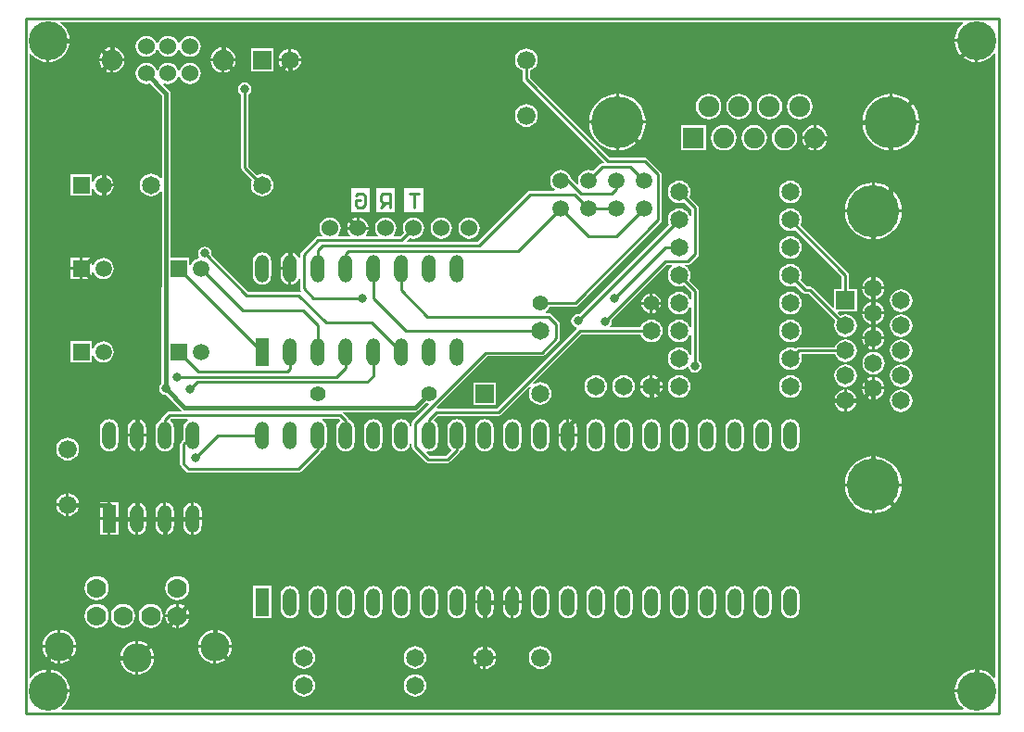
<source format=gbl>
%FSLAX23Y23*%
%MOIN*%
G70*
G01*
G75*
G04 Layer_Physical_Order=2*
G04 Layer_Color=16711680*
%ADD10C,0.015*%
%ADD11C,0.010*%
%ADD12C,0.065*%
%ADD13C,0.075*%
%ADD14C,0.060*%
%ADD15C,0.070*%
%ADD16C,0.105*%
%ADD17C,0.140*%
%ADD18O,0.050X0.100*%
%ADD19C,0.055*%
%ADD20C,0.066*%
%ADD21R,0.059X0.059*%
%ADD22C,0.059*%
%ADD23R,0.050X0.100*%
%ADD24C,0.188*%
%ADD25C,0.187*%
%ADD26R,0.075X0.075*%
%ADD27R,0.065X0.065*%
%ADD28C,0.032*%
G36*
X5873Y5982D02*
X5865Y5975D01*
X5855Y5964D01*
X5848Y5950D01*
X5843Y5935D01*
X5842Y5925D01*
X5920D01*
Y5920D01*
X5925D01*
Y5842D01*
X5935Y5843D01*
X5950Y5848D01*
X5964Y5855D01*
X5975Y5865D01*
X5982Y5873D01*
X5987Y5871D01*
Y3629D01*
X5982Y3627D01*
X5975Y3635D01*
X5964Y3645D01*
X5950Y3652D01*
X5935Y3657D01*
X5925Y3658D01*
Y3580D01*
X5920D01*
Y3575D01*
X5842D01*
X5843Y3565D01*
X5848Y3550D01*
X5855Y3536D01*
X5865Y3525D01*
X5873Y3518D01*
X5871Y3513D01*
X2629D01*
X2627Y3518D01*
X2635Y3525D01*
X2645Y3536D01*
X2652Y3550D01*
X2657Y3565D01*
X2658Y3575D01*
X2580D01*
Y3580D01*
X2575D01*
Y3658D01*
X2565Y3657D01*
X2550Y3652D01*
X2536Y3645D01*
X2525Y3635D01*
X2518Y3627D01*
X2513Y3629D01*
Y5871D01*
X2518Y5873D01*
X2525Y5865D01*
X2536Y5855D01*
X2550Y5848D01*
X2565Y5843D01*
X2575Y5842D01*
Y5920D01*
X2580D01*
Y5925D01*
X2658D01*
X2657Y5935D01*
X2652Y5950D01*
X2645Y5964D01*
X2635Y5975D01*
X2624Y5985D01*
X2624Y5987D01*
X5871D01*
X5873Y5982D01*
D02*
G37*
%LPC*%
G36*
X2995Y4258D02*
X2991Y4257D01*
X2983Y4254D01*
X2976Y4249D01*
X2971Y4242D01*
X2968Y4234D01*
X2967Y4225D01*
Y4205D01*
X2995D01*
Y4258D01*
D02*
G37*
G36*
X3005D02*
Y4205D01*
X3033D01*
Y4225D01*
X3032Y4234D01*
X3029Y4242D01*
X3024Y4249D01*
X3017Y4254D01*
X3009Y4257D01*
X3005Y4258D01*
D02*
G37*
G36*
X2905D02*
Y4205D01*
X2933D01*
Y4225D01*
X2932Y4234D01*
X2929Y4242D01*
X2924Y4249D01*
X2917Y4254D01*
X2909Y4257D01*
X2905Y4258D01*
D02*
G37*
G36*
X2795Y4258D02*
X2767D01*
Y4205D01*
X2795D01*
Y4258D01*
D02*
G37*
G36*
X2833D02*
X2805D01*
Y4205D01*
X2833D01*
Y4258D01*
D02*
G37*
G36*
X2895Y4258D02*
X2891Y4257D01*
X2883Y4254D01*
X2876Y4249D01*
X2871Y4242D01*
X2868Y4234D01*
X2867Y4225D01*
Y4205D01*
X2895D01*
Y4258D01*
D02*
G37*
G36*
X5543Y4317D02*
X5446D01*
X5447Y4302D01*
X5453Y4283D01*
X5463Y4265D01*
X5476Y4250D01*
X5491Y4237D01*
X5509Y4227D01*
X5528Y4221D01*
X5543Y4220D01*
Y4317D01*
D02*
G37*
G36*
X5650D02*
X5553D01*
Y4220D01*
X5568Y4221D01*
X5587Y4227D01*
X5605Y4237D01*
X5620Y4250D01*
X5633Y4265D01*
X5643Y4283D01*
X5649Y4302D01*
X5650Y4317D01*
D02*
G37*
G36*
X2645Y4291D02*
X2639Y4290D01*
X2629Y4286D01*
X2621Y4279D01*
X2614Y4271D01*
X2610Y4261D01*
X2609Y4255D01*
X2645D01*
Y4291D01*
D02*
G37*
G36*
X2691Y4245D02*
X2655D01*
Y4209D01*
X2661Y4210D01*
X2671Y4214D01*
X2679Y4221D01*
X2686Y4229D01*
X2690Y4239D01*
X2691Y4245D01*
D02*
G37*
G36*
X3095Y4258D02*
X3091Y4257D01*
X3083Y4254D01*
X3076Y4249D01*
X3071Y4242D01*
X3068Y4234D01*
X3067Y4225D01*
Y4205D01*
X3095D01*
Y4258D01*
D02*
G37*
G36*
X3105D02*
Y4205D01*
X3133D01*
Y4225D01*
X3132Y4234D01*
X3129Y4242D01*
X3124Y4249D01*
X3117Y4254D01*
X3109Y4257D01*
X3105Y4258D01*
D02*
G37*
G36*
X2645Y4245D02*
X2609D01*
X2610Y4239D01*
X2614Y4229D01*
X2621Y4221D01*
X2629Y4214D01*
X2639Y4210D01*
X2645Y4209D01*
Y4245D01*
D02*
G37*
G36*
X2755Y3993D02*
X2744Y3992D01*
X2733Y3988D01*
X2724Y3981D01*
X2717Y3972D01*
X2713Y3961D01*
X2712Y3950D01*
X2713Y3939D01*
X2717Y3928D01*
X2724Y3919D01*
X2733Y3912D01*
X2744Y3908D01*
X2755Y3907D01*
X2766Y3908D01*
X2777Y3912D01*
X2786Y3919D01*
X2793Y3928D01*
X2797Y3939D01*
X2798Y3950D01*
X2797Y3961D01*
X2793Y3972D01*
X2786Y3981D01*
X2777Y3988D01*
X2766Y3992D01*
X2755Y3993D01*
D02*
G37*
G36*
X3045D02*
X3034Y3992D01*
X3023Y3988D01*
X3014Y3981D01*
X3007Y3972D01*
X3003Y3961D01*
X3002Y3950D01*
X3003Y3939D01*
X3007Y3928D01*
X3014Y3919D01*
X3023Y3912D01*
X3034Y3908D01*
X3045Y3907D01*
X3056Y3908D01*
X3067Y3912D01*
X3076Y3919D01*
X3083Y3928D01*
X3087Y3939D01*
X3088Y3950D01*
X3087Y3961D01*
X3083Y3972D01*
X3076Y3981D01*
X3067Y3988D01*
X3056Y3992D01*
X3045Y3993D01*
D02*
G37*
G36*
X2795Y4195D02*
X2767D01*
Y4142D01*
X2795D01*
Y4195D01*
D02*
G37*
G36*
X4155Y3958D02*
Y3905D01*
X4183D01*
Y3925D01*
X4182Y3934D01*
X4179Y3942D01*
X4174Y3949D01*
X4167Y3954D01*
X4159Y3957D01*
X4155Y3958D01*
D02*
G37*
G36*
X4245D02*
X4241Y3957D01*
X4233Y3954D01*
X4226Y3949D01*
X4221Y3942D01*
X4218Y3934D01*
X4217Y3925D01*
Y3905D01*
X4245D01*
Y3958D01*
D02*
G37*
G36*
X4255D02*
Y3905D01*
X4283D01*
Y3925D01*
X4282Y3934D01*
X4279Y3942D01*
X4274Y3949D01*
X4267Y3954D01*
X4259Y3957D01*
X4255Y3958D01*
D02*
G37*
G36*
X2833Y4195D02*
X2805D01*
Y4142D01*
X2833D01*
Y4195D01*
D02*
G37*
G36*
X3033D02*
X3005D01*
Y4142D01*
X3009Y4143D01*
X3017Y4146D01*
X3024Y4151D01*
X3029Y4158D01*
X3032Y4166D01*
X3033Y4175D01*
Y4195D01*
D02*
G37*
G36*
X3095D02*
X3067D01*
Y4175D01*
X3068Y4166D01*
X3071Y4158D01*
X3076Y4151D01*
X3083Y4146D01*
X3091Y4143D01*
X3095Y4142D01*
Y4195D01*
D02*
G37*
G36*
X3133D02*
X3105D01*
Y4142D01*
X3109Y4143D01*
X3117Y4146D01*
X3124Y4151D01*
X3129Y4158D01*
X3132Y4166D01*
X3133Y4175D01*
Y4195D01*
D02*
G37*
G36*
X2895D02*
X2867D01*
Y4175D01*
X2868Y4166D01*
X2871Y4158D01*
X2876Y4151D01*
X2883Y4146D01*
X2891Y4143D01*
X2895Y4142D01*
Y4195D01*
D02*
G37*
G36*
X2933D02*
X2905D01*
Y4142D01*
X2909Y4143D01*
X2917Y4146D01*
X2924Y4151D01*
X2929Y4158D01*
X2932Y4166D01*
X2933Y4175D01*
Y4195D01*
D02*
G37*
G36*
X2995D02*
X2967D01*
Y4175D01*
X2968Y4166D01*
X2971Y4158D01*
X2976Y4151D01*
X2983Y4146D01*
X2991Y4143D01*
X2995Y4142D01*
Y4195D01*
D02*
G37*
G36*
X5250Y4558D02*
X5241Y4557D01*
X5233Y4554D01*
X5226Y4549D01*
X5221Y4542D01*
X5218Y4534D01*
X5217Y4525D01*
Y4475D01*
X5218Y4466D01*
X5221Y4458D01*
X5226Y4451D01*
X5233Y4446D01*
X5241Y4443D01*
X5250Y4442D01*
X5259Y4443D01*
X5267Y4446D01*
X5274Y4451D01*
X5279Y4458D01*
X5282Y4466D01*
X5283Y4475D01*
Y4525D01*
X5282Y4534D01*
X5279Y4542D01*
X5274Y4549D01*
X5267Y4554D01*
X5259Y4557D01*
X5250Y4558D01*
D02*
G37*
G36*
X2895Y4495D02*
X2867D01*
Y4475D01*
X2868Y4466D01*
X2871Y4458D01*
X2876Y4451D01*
X2883Y4446D01*
X2891Y4443D01*
X2895Y4442D01*
Y4495D01*
D02*
G37*
G36*
X2933D02*
X2905D01*
Y4442D01*
X2909Y4443D01*
X2917Y4446D01*
X2924Y4451D01*
X2929Y4458D01*
X2932Y4466D01*
X2933Y4475D01*
Y4495D01*
D02*
G37*
G36*
X4950Y4558D02*
X4941Y4557D01*
X4933Y4554D01*
X4926Y4549D01*
X4921Y4542D01*
X4918Y4534D01*
X4917Y4525D01*
Y4475D01*
X4918Y4466D01*
X4921Y4458D01*
X4926Y4451D01*
X4933Y4446D01*
X4941Y4443D01*
X4950Y4442D01*
X4959Y4443D01*
X4967Y4446D01*
X4974Y4451D01*
X4979Y4458D01*
X4982Y4466D01*
X4983Y4475D01*
Y4525D01*
X4982Y4534D01*
X4979Y4542D01*
X4974Y4549D01*
X4967Y4554D01*
X4959Y4557D01*
X4950Y4558D01*
D02*
G37*
G36*
X5050D02*
X5041Y4557D01*
X5033Y4554D01*
X5026Y4549D01*
X5021Y4542D01*
X5018Y4534D01*
X5017Y4525D01*
Y4475D01*
X5018Y4466D01*
X5021Y4458D01*
X5026Y4451D01*
X5033Y4446D01*
X5041Y4443D01*
X5050Y4442D01*
X5059Y4443D01*
X5067Y4446D01*
X5074Y4451D01*
X5079Y4458D01*
X5082Y4466D01*
X5083Y4475D01*
Y4525D01*
X5082Y4534D01*
X5079Y4542D01*
X5074Y4549D01*
X5067Y4554D01*
X5059Y4557D01*
X5050Y4558D01*
D02*
G37*
G36*
X5150D02*
X5141Y4557D01*
X5133Y4554D01*
X5126Y4549D01*
X5121Y4542D01*
X5118Y4534D01*
X5117Y4525D01*
Y4475D01*
X5118Y4466D01*
X5121Y4458D01*
X5126Y4451D01*
X5133Y4446D01*
X5141Y4443D01*
X5150Y4442D01*
X5159Y4443D01*
X5167Y4446D01*
X5174Y4451D01*
X5179Y4458D01*
X5182Y4466D01*
X5183Y4475D01*
Y4525D01*
X5182Y4534D01*
X5179Y4542D01*
X5174Y4549D01*
X5167Y4554D01*
X5159Y4557D01*
X5150Y4558D01*
D02*
G37*
G36*
X4445Y4495D02*
X4417D01*
Y4475D01*
X4418Y4466D01*
X4421Y4458D01*
X4426Y4451D01*
X4433Y4446D01*
X4441Y4443D01*
X4445Y4442D01*
Y4495D01*
D02*
G37*
G36*
Y4558D02*
X4441Y4557D01*
X4433Y4554D01*
X4426Y4549D01*
X4421Y4542D01*
X4418Y4534D01*
X4417Y4525D01*
Y4505D01*
X4445D01*
Y4558D01*
D02*
G37*
G36*
X4455D02*
Y4505D01*
X4483D01*
Y4525D01*
X4482Y4534D01*
X4479Y4542D01*
X4474Y4549D01*
X4467Y4554D01*
X4459Y4557D01*
X4455Y4558D01*
D02*
G37*
G36*
X5648Y4665D02*
X5637Y4663D01*
X5628Y4659D01*
X5619Y4653D01*
X5613Y4644D01*
X5609Y4635D01*
X5607Y4624D01*
X5609Y4613D01*
X5613Y4604D01*
X5619Y4595D01*
X5628Y4589D01*
X5637Y4585D01*
X5648Y4583D01*
X5659Y4585D01*
X5668Y4589D01*
X5677Y4595D01*
X5683Y4604D01*
X5687Y4613D01*
X5689Y4624D01*
X5687Y4635D01*
X5683Y4644D01*
X5677Y4653D01*
X5668Y4659D01*
X5659Y4663D01*
X5648Y4665D01*
D02*
G37*
G36*
X4483Y4495D02*
X4455D01*
Y4442D01*
X4459Y4443D01*
X4467Y4446D01*
X4474Y4451D01*
X4479Y4458D01*
X4482Y4466D01*
X4483Y4475D01*
Y4495D01*
D02*
G37*
G36*
X2895Y4558D02*
X2891Y4557D01*
X2883Y4554D01*
X2876Y4549D01*
X2871Y4542D01*
X2868Y4534D01*
X2867Y4525D01*
Y4505D01*
X2895D01*
Y4558D01*
D02*
G37*
G36*
X2905D02*
Y4505D01*
X2933D01*
Y4525D01*
X2932Y4534D01*
X2929Y4542D01*
X2924Y4549D01*
X2917Y4554D01*
X2909Y4557D01*
X2905Y4558D01*
D02*
G37*
G36*
X2650Y4491D02*
X2639Y4490D01*
X2629Y4486D01*
X2621Y4479D01*
X2614Y4471D01*
X2610Y4461D01*
X2609Y4450D01*
X2610Y4439D01*
X2614Y4429D01*
X2621Y4421D01*
X2629Y4414D01*
X2639Y4410D01*
X2650Y4409D01*
X2661Y4410D01*
X2671Y4414D01*
X2679Y4421D01*
X2686Y4429D01*
X2690Y4439D01*
X2691Y4450D01*
X2690Y4461D01*
X2686Y4471D01*
X2679Y4479D01*
X2671Y4486D01*
X2661Y4490D01*
X2650Y4491D01*
D02*
G37*
G36*
X2800Y4558D02*
X2791Y4557D01*
X2783Y4554D01*
X2776Y4549D01*
X2771Y4542D01*
X2768Y4534D01*
X2767Y4525D01*
Y4475D01*
X2768Y4466D01*
X2771Y4458D01*
X2776Y4451D01*
X2783Y4446D01*
X2791Y4443D01*
X2800Y4442D01*
X2809Y4443D01*
X2817Y4446D01*
X2824Y4451D01*
X2829Y4458D01*
X2832Y4466D01*
X2833Y4475D01*
Y4525D01*
X2832Y4534D01*
X2829Y4542D01*
X2824Y4549D01*
X2817Y4554D01*
X2809Y4557D01*
X2800Y4558D01*
D02*
G37*
G36*
X3750D02*
X3741Y4557D01*
X3733Y4554D01*
X3726Y4549D01*
X3721Y4542D01*
X3718Y4534D01*
X3717Y4525D01*
Y4475D01*
X3718Y4466D01*
X3721Y4458D01*
X3726Y4451D01*
X3733Y4446D01*
X3741Y4443D01*
X3750Y4442D01*
X3759Y4443D01*
X3767Y4446D01*
X3774Y4451D01*
X3779Y4458D01*
X3782Y4466D01*
X3783Y4475D01*
Y4525D01*
X3782Y4534D01*
X3779Y4542D01*
X3774Y4549D01*
X3767Y4554D01*
X3759Y4557D01*
X3750Y4558D01*
D02*
G37*
G36*
X2655Y4291D02*
Y4255D01*
X2691D01*
X2690Y4261D01*
X2686Y4271D01*
X2679Y4279D01*
X2671Y4286D01*
X2661Y4290D01*
X2655Y4291D01*
D02*
G37*
G36*
X5543Y4424D02*
X5528Y4423D01*
X5509Y4417D01*
X5491Y4407D01*
X5476Y4394D01*
X5463Y4379D01*
X5453Y4361D01*
X5447Y4342D01*
X5446Y4327D01*
X5543D01*
Y4424D01*
D02*
G37*
G36*
X5553D02*
Y4327D01*
X5650D01*
X5649Y4342D01*
X5643Y4361D01*
X5633Y4379D01*
X5620Y4394D01*
X5605Y4407D01*
X5587Y4417D01*
X5568Y4423D01*
X5553Y4424D01*
D02*
G37*
G36*
X4150Y4558D02*
X4141Y4557D01*
X4133Y4554D01*
X4126Y4549D01*
X4121Y4542D01*
X4118Y4534D01*
X4117Y4525D01*
Y4475D01*
X4118Y4466D01*
X4121Y4458D01*
X4126Y4451D01*
X4133Y4446D01*
X4141Y4443D01*
X4150Y4442D01*
X4159Y4443D01*
X4167Y4446D01*
X4174Y4451D01*
X4179Y4458D01*
X4182Y4466D01*
X4183Y4475D01*
Y4525D01*
X4182Y4534D01*
X4179Y4542D01*
X4174Y4549D01*
X4167Y4554D01*
X4159Y4557D01*
X4150Y4558D01*
D02*
G37*
G36*
X4650D02*
X4641Y4557D01*
X4633Y4554D01*
X4626Y4549D01*
X4621Y4542D01*
X4618Y4534D01*
X4617Y4525D01*
Y4475D01*
X4618Y4466D01*
X4621Y4458D01*
X4626Y4451D01*
X4633Y4446D01*
X4641Y4443D01*
X4650Y4442D01*
X4659Y4443D01*
X4667Y4446D01*
X4674Y4451D01*
X4679Y4458D01*
X4682Y4466D01*
X4683Y4475D01*
Y4525D01*
X4682Y4534D01*
X4679Y4542D01*
X4674Y4549D01*
X4667Y4554D01*
X4659Y4557D01*
X4650Y4558D01*
D02*
G37*
G36*
X4750D02*
X4741Y4557D01*
X4733Y4554D01*
X4726Y4549D01*
X4721Y4542D01*
X4718Y4534D01*
X4717Y4525D01*
Y4475D01*
X4718Y4466D01*
X4721Y4458D01*
X4726Y4451D01*
X4733Y4446D01*
X4741Y4443D01*
X4750Y4442D01*
X4759Y4443D01*
X4767Y4446D01*
X4774Y4451D01*
X4779Y4458D01*
X4782Y4466D01*
X4783Y4475D01*
Y4525D01*
X4782Y4534D01*
X4779Y4542D01*
X4774Y4549D01*
X4767Y4554D01*
X4759Y4557D01*
X4750Y4558D01*
D02*
G37*
G36*
X4850D02*
X4841Y4557D01*
X4833Y4554D01*
X4826Y4549D01*
X4821Y4542D01*
X4818Y4534D01*
X4817Y4525D01*
Y4475D01*
X4818Y4466D01*
X4821Y4458D01*
X4826Y4451D01*
X4833Y4446D01*
X4841Y4443D01*
X4850Y4442D01*
X4859Y4443D01*
X4867Y4446D01*
X4874Y4451D01*
X4879Y4458D01*
X4882Y4466D01*
X4883Y4475D01*
Y4525D01*
X4882Y4534D01*
X4879Y4542D01*
X4874Y4549D01*
X4867Y4554D01*
X4859Y4557D01*
X4850Y4558D01*
D02*
G37*
G36*
X4250D02*
X4241Y4557D01*
X4233Y4554D01*
X4226Y4549D01*
X4221Y4542D01*
X4218Y4534D01*
X4217Y4525D01*
Y4475D01*
X4218Y4466D01*
X4221Y4458D01*
X4226Y4451D01*
X4233Y4446D01*
X4241Y4443D01*
X4250Y4442D01*
X4259Y4443D01*
X4267Y4446D01*
X4274Y4451D01*
X4279Y4458D01*
X4282Y4466D01*
X4283Y4475D01*
Y4525D01*
X4282Y4534D01*
X4279Y4542D01*
X4274Y4549D01*
X4267Y4554D01*
X4259Y4557D01*
X4250Y4558D01*
D02*
G37*
G36*
X4350D02*
X4341Y4557D01*
X4333Y4554D01*
X4326Y4549D01*
X4321Y4542D01*
X4318Y4534D01*
X4317Y4525D01*
Y4475D01*
X4318Y4466D01*
X4321Y4458D01*
X4326Y4451D01*
X4333Y4446D01*
X4341Y4443D01*
X4350Y4442D01*
X4359Y4443D01*
X4367Y4446D01*
X4374Y4451D01*
X4379Y4458D01*
X4382Y4466D01*
X4383Y4475D01*
Y4525D01*
X4382Y4534D01*
X4379Y4542D01*
X4374Y4549D01*
X4367Y4554D01*
X4359Y4557D01*
X4350Y4558D01*
D02*
G37*
G36*
X4550D02*
X4541Y4557D01*
X4533Y4554D01*
X4526Y4549D01*
X4521Y4542D01*
X4518Y4534D01*
X4517Y4525D01*
Y4475D01*
X4518Y4466D01*
X4521Y4458D01*
X4526Y4451D01*
X4533Y4446D01*
X4541Y4443D01*
X4550Y4442D01*
X4559Y4443D01*
X4567Y4446D01*
X4574Y4451D01*
X4579Y4458D01*
X4582Y4466D01*
X4583Y4475D01*
Y4525D01*
X4582Y4534D01*
X4579Y4542D01*
X4574Y4549D01*
X4567Y4554D01*
X4559Y4557D01*
X4550Y4558D01*
D02*
G37*
G36*
X4145Y3958D02*
X4141Y3957D01*
X4133Y3954D01*
X4126Y3949D01*
X4121Y3942D01*
X4118Y3934D01*
X4117Y3925D01*
Y3905D01*
X4145D01*
Y3958D01*
D02*
G37*
G36*
X2905Y3760D02*
Y3705D01*
X2960D01*
X2960Y3712D01*
X2956Y3723D01*
X2951Y3734D01*
X2943Y3743D01*
X2934Y3751D01*
X2923Y3756D01*
X2912Y3760D01*
X2905Y3760D01*
D02*
G37*
G36*
X4145Y3741D02*
X4139Y3740D01*
X4129Y3736D01*
X4121Y3729D01*
X4114Y3721D01*
X4110Y3711D01*
X4109Y3705D01*
X4145D01*
Y3741D01*
D02*
G37*
G36*
X4155D02*
Y3705D01*
X4191D01*
X4190Y3711D01*
X4186Y3721D01*
X4179Y3729D01*
X4171Y3736D01*
X4161Y3740D01*
X4155Y3741D01*
D02*
G37*
G36*
X3175Y3735D02*
X3120D01*
X3120Y3728D01*
X3124Y3717D01*
X3129Y3706D01*
X3137Y3697D01*
X3146Y3689D01*
X3157Y3684D01*
X3168Y3680D01*
X3175Y3680D01*
Y3735D01*
D02*
G37*
G36*
X3240D02*
X3185D01*
Y3680D01*
X3192Y3680D01*
X3203Y3684D01*
X3214Y3689D01*
X3223Y3697D01*
X3231Y3706D01*
X3236Y3717D01*
X3240Y3728D01*
X3240Y3735D01*
D02*
G37*
G36*
X2895Y3760D02*
X2888Y3760D01*
X2877Y3756D01*
X2866Y3751D01*
X2857Y3743D01*
X2849Y3734D01*
X2844Y3723D01*
X2840Y3712D01*
X2840Y3705D01*
X2895D01*
Y3760D01*
D02*
G37*
G36*
X2615Y3800D02*
X2608Y3800D01*
X2597Y3796D01*
X2586Y3791D01*
X2577Y3783D01*
X2569Y3774D01*
X2564Y3763D01*
X2560Y3752D01*
X2560Y3745D01*
X2615D01*
Y3800D01*
D02*
G37*
G36*
X2755Y3893D02*
X2744Y3892D01*
X2733Y3888D01*
X2724Y3881D01*
X2717Y3872D01*
X2713Y3861D01*
X2712Y3850D01*
X2713Y3839D01*
X2717Y3828D01*
X2724Y3819D01*
X2733Y3812D01*
X2744Y3808D01*
X2755Y3807D01*
X2766Y3808D01*
X2777Y3812D01*
X2786Y3819D01*
X2793Y3828D01*
X2797Y3839D01*
X2798Y3850D01*
X2797Y3861D01*
X2793Y3872D01*
X2786Y3881D01*
X2777Y3888D01*
X2766Y3892D01*
X2755Y3893D01*
D02*
G37*
G36*
X2850D02*
X2839Y3892D01*
X2828Y3888D01*
X2819Y3881D01*
X2812Y3872D01*
X2808Y3861D01*
X2807Y3850D01*
X2808Y3839D01*
X2812Y3828D01*
X2819Y3819D01*
X2828Y3812D01*
X2839Y3808D01*
X2850Y3807D01*
X2861Y3808D01*
X2872Y3812D01*
X2881Y3819D01*
X2888Y3828D01*
X2892Y3839D01*
X2893Y3850D01*
X2892Y3861D01*
X2888Y3872D01*
X2881Y3881D01*
X2872Y3888D01*
X2861Y3892D01*
X2850Y3893D01*
D02*
G37*
G36*
X2950D02*
X2939Y3892D01*
X2928Y3888D01*
X2919Y3881D01*
X2912Y3872D01*
X2908Y3861D01*
X2907Y3850D01*
X2908Y3839D01*
X2912Y3828D01*
X2919Y3819D01*
X2928Y3812D01*
X2939Y3808D01*
X2950Y3807D01*
X2961Y3808D01*
X2972Y3812D01*
X2981Y3819D01*
X2988Y3828D01*
X2992Y3839D01*
X2993Y3850D01*
X2992Y3861D01*
X2988Y3872D01*
X2981Y3881D01*
X2972Y3888D01*
X2961Y3892D01*
X2950Y3893D01*
D02*
G37*
G36*
X2625Y3800D02*
Y3745D01*
X2680D01*
X2680Y3752D01*
X2676Y3763D01*
X2671Y3774D01*
X2663Y3783D01*
X2654Y3791D01*
X2643Y3796D01*
X2632Y3800D01*
X2625Y3800D01*
D02*
G37*
G36*
X3175D02*
X3168Y3800D01*
X3157Y3796D01*
X3146Y3791D01*
X3137Y3783D01*
X3129Y3774D01*
X3124Y3763D01*
X3120Y3752D01*
X3120Y3745D01*
X3175D01*
Y3800D01*
D02*
G37*
G36*
X3185D02*
Y3745D01*
X3240D01*
X3240Y3752D01*
X3236Y3763D01*
X3231Y3774D01*
X3223Y3783D01*
X3214Y3791D01*
X3203Y3796D01*
X3192Y3800D01*
X3185Y3800D01*
D02*
G37*
G36*
X5915Y3658D02*
X5905Y3657D01*
X5890Y3652D01*
X5876Y3645D01*
X5865Y3635D01*
X5855Y3624D01*
X5848Y3610D01*
X5843Y3595D01*
X5842Y3585D01*
X5915D01*
Y3658D01*
D02*
G37*
G36*
X2895Y3695D02*
X2840D01*
X2840Y3688D01*
X2844Y3677D01*
X2849Y3666D01*
X2857Y3657D01*
X2866Y3649D01*
X2877Y3644D01*
X2888Y3640D01*
X2895Y3640D01*
Y3695D01*
D02*
G37*
G36*
X2960D02*
X2905D01*
Y3640D01*
X2912Y3640D01*
X2923Y3644D01*
X2934Y3649D01*
X2943Y3657D01*
X2951Y3666D01*
X2956Y3677D01*
X2960Y3688D01*
X2960Y3695D01*
D02*
G37*
G36*
X3500Y3641D02*
X3489Y3639D01*
X3480Y3635D01*
X3471Y3629D01*
X3465Y3620D01*
X3461Y3611D01*
X3459Y3600D01*
X3461Y3589D01*
X3465Y3580D01*
X3471Y3571D01*
X3480Y3565D01*
X3489Y3561D01*
X3500Y3559D01*
X3511Y3561D01*
X3520Y3565D01*
X3529Y3571D01*
X3535Y3580D01*
X3539Y3589D01*
X3541Y3600D01*
X3539Y3611D01*
X3535Y3620D01*
X3529Y3629D01*
X3520Y3635D01*
X3511Y3639D01*
X3500Y3641D01*
D02*
G37*
G36*
X3900D02*
X3889Y3639D01*
X3880Y3635D01*
X3871Y3629D01*
X3865Y3620D01*
X3861Y3611D01*
X3859Y3600D01*
X3861Y3589D01*
X3865Y3580D01*
X3871Y3571D01*
X3880Y3565D01*
X3889Y3561D01*
X3900Y3559D01*
X3911Y3561D01*
X3920Y3565D01*
X3929Y3571D01*
X3935Y3580D01*
X3939Y3589D01*
X3941Y3600D01*
X3939Y3611D01*
X3935Y3620D01*
X3929Y3629D01*
X3920Y3635D01*
X3911Y3639D01*
X3900Y3641D01*
D02*
G37*
G36*
X2585Y3658D02*
Y3585D01*
X2658D01*
X2657Y3595D01*
X2652Y3610D01*
X2645Y3624D01*
X2635Y3635D01*
X2624Y3645D01*
X2610Y3652D01*
X2595Y3657D01*
X2585Y3658D01*
D02*
G37*
G36*
X4350Y3741D02*
X4339Y3740D01*
X4329Y3736D01*
X4321Y3729D01*
X4314Y3721D01*
X4310Y3711D01*
X4309Y3700D01*
X4310Y3689D01*
X4314Y3679D01*
X4321Y3671D01*
X4329Y3664D01*
X4339Y3660D01*
X4350Y3659D01*
X4361Y3660D01*
X4371Y3664D01*
X4379Y3671D01*
X4386Y3679D01*
X4390Y3689D01*
X4391Y3700D01*
X4390Y3711D01*
X4386Y3721D01*
X4379Y3729D01*
X4371Y3736D01*
X4361Y3740D01*
X4350Y3741D01*
D02*
G37*
G36*
X4191Y3695D02*
X4155D01*
Y3659D01*
X4161Y3660D01*
X4171Y3664D01*
X4179Y3671D01*
X4186Y3679D01*
X4190Y3689D01*
X4191Y3695D01*
D02*
G37*
G36*
X2615Y3735D02*
X2560D01*
X2560Y3728D01*
X2564Y3717D01*
X2569Y3706D01*
X2577Y3697D01*
X2586Y3689D01*
X2597Y3684D01*
X2608Y3680D01*
X2615Y3680D01*
Y3735D01*
D02*
G37*
G36*
X2680D02*
X2625D01*
Y3680D01*
X2632Y3680D01*
X2643Y3684D01*
X2654Y3689D01*
X2663Y3697D01*
X2671Y3706D01*
X2676Y3717D01*
X2680Y3728D01*
X2680Y3735D01*
D02*
G37*
G36*
X3500Y3741D02*
X3489Y3739D01*
X3480Y3735D01*
X3471Y3729D01*
X3465Y3720D01*
X3461Y3711D01*
X3459Y3700D01*
X3461Y3689D01*
X3465Y3680D01*
X3471Y3671D01*
X3480Y3665D01*
X3489Y3661D01*
X3500Y3659D01*
X3511Y3661D01*
X3520Y3665D01*
X3529Y3671D01*
X3535Y3680D01*
X3539Y3689D01*
X3541Y3700D01*
X3539Y3711D01*
X3535Y3720D01*
X3529Y3729D01*
X3520Y3735D01*
X3511Y3739D01*
X3500Y3741D01*
D02*
G37*
G36*
X3900D02*
X3889Y3739D01*
X3880Y3735D01*
X3871Y3729D01*
X3865Y3720D01*
X3861Y3711D01*
X3859Y3700D01*
X3861Y3689D01*
X3865Y3680D01*
X3871Y3671D01*
X3880Y3665D01*
X3889Y3661D01*
X3900Y3659D01*
X3911Y3661D01*
X3920Y3665D01*
X3929Y3671D01*
X3935Y3680D01*
X3939Y3689D01*
X3941Y3700D01*
X3939Y3711D01*
X3935Y3720D01*
X3929Y3729D01*
X3920Y3735D01*
X3911Y3739D01*
X3900Y3741D01*
D02*
G37*
G36*
X4145Y3695D02*
X4109D01*
X4110Y3689D01*
X4114Y3679D01*
X4121Y3671D01*
X4129Y3664D01*
X4139Y3660D01*
X4145Y3659D01*
Y3695D01*
D02*
G37*
G36*
X5050Y3958D02*
X5041Y3957D01*
X5033Y3954D01*
X5026Y3949D01*
X5021Y3942D01*
X5018Y3934D01*
X5017Y3925D01*
Y3875D01*
X5018Y3866D01*
X5021Y3858D01*
X5026Y3851D01*
X5033Y3846D01*
X5041Y3843D01*
X5050Y3842D01*
X5059Y3843D01*
X5067Y3846D01*
X5074Y3851D01*
X5079Y3858D01*
X5082Y3866D01*
X5083Y3875D01*
Y3925D01*
X5082Y3934D01*
X5079Y3942D01*
X5074Y3949D01*
X5067Y3954D01*
X5059Y3957D01*
X5050Y3958D01*
D02*
G37*
G36*
X5150D02*
X5141Y3957D01*
X5133Y3954D01*
X5126Y3949D01*
X5121Y3942D01*
X5118Y3934D01*
X5117Y3925D01*
Y3875D01*
X5118Y3866D01*
X5121Y3858D01*
X5126Y3851D01*
X5133Y3846D01*
X5141Y3843D01*
X5150Y3842D01*
X5159Y3843D01*
X5167Y3846D01*
X5174Y3851D01*
X5179Y3858D01*
X5182Y3866D01*
X5183Y3875D01*
Y3925D01*
X5182Y3934D01*
X5179Y3942D01*
X5174Y3949D01*
X5167Y3954D01*
X5159Y3957D01*
X5150Y3958D01*
D02*
G37*
G36*
X5250D02*
X5241Y3957D01*
X5233Y3954D01*
X5226Y3949D01*
X5221Y3942D01*
X5218Y3934D01*
X5217Y3925D01*
Y3875D01*
X5218Y3866D01*
X5221Y3858D01*
X5226Y3851D01*
X5233Y3846D01*
X5241Y3843D01*
X5250Y3842D01*
X5259Y3843D01*
X5267Y3846D01*
X5274Y3851D01*
X5279Y3858D01*
X5282Y3866D01*
X5283Y3875D01*
Y3925D01*
X5282Y3934D01*
X5279Y3942D01*
X5274Y3949D01*
X5267Y3954D01*
X5259Y3957D01*
X5250Y3958D01*
D02*
G37*
G36*
X4750D02*
X4741Y3957D01*
X4733Y3954D01*
X4726Y3949D01*
X4721Y3942D01*
X4718Y3934D01*
X4717Y3925D01*
Y3875D01*
X4718Y3866D01*
X4721Y3858D01*
X4726Y3851D01*
X4733Y3846D01*
X4741Y3843D01*
X4750Y3842D01*
X4759Y3843D01*
X4767Y3846D01*
X4774Y3851D01*
X4779Y3858D01*
X4782Y3866D01*
X4783Y3875D01*
Y3925D01*
X4782Y3934D01*
X4779Y3942D01*
X4774Y3949D01*
X4767Y3954D01*
X4759Y3957D01*
X4750Y3958D01*
D02*
G37*
G36*
X4850D02*
X4841Y3957D01*
X4833Y3954D01*
X4826Y3949D01*
X4821Y3942D01*
X4818Y3934D01*
X4817Y3925D01*
Y3875D01*
X4818Y3866D01*
X4821Y3858D01*
X4826Y3851D01*
X4833Y3846D01*
X4841Y3843D01*
X4850Y3842D01*
X4859Y3843D01*
X4867Y3846D01*
X4874Y3851D01*
X4879Y3858D01*
X4882Y3866D01*
X4883Y3875D01*
Y3925D01*
X4882Y3934D01*
X4879Y3942D01*
X4874Y3949D01*
X4867Y3954D01*
X4859Y3957D01*
X4850Y3958D01*
D02*
G37*
G36*
X4950D02*
X4941Y3957D01*
X4933Y3954D01*
X4926Y3949D01*
X4921Y3942D01*
X4918Y3934D01*
X4917Y3925D01*
Y3875D01*
X4918Y3866D01*
X4921Y3858D01*
X4926Y3851D01*
X4933Y3846D01*
X4941Y3843D01*
X4950Y3842D01*
X4959Y3843D01*
X4967Y3846D01*
X4974Y3851D01*
X4979Y3858D01*
X4982Y3866D01*
X4983Y3875D01*
Y3925D01*
X4982Y3934D01*
X4979Y3942D01*
X4974Y3949D01*
X4967Y3954D01*
X4959Y3957D01*
X4950Y3958D01*
D02*
G37*
G36*
X3383Y3958D02*
X3317D01*
Y3842D01*
X3383D01*
Y3958D01*
D02*
G37*
G36*
X4283Y3895D02*
X4255D01*
Y3842D01*
X4259Y3843D01*
X4267Y3846D01*
X4274Y3851D01*
X4279Y3858D01*
X4282Y3866D01*
X4283Y3875D01*
Y3895D01*
D02*
G37*
G36*
X3040Y3893D02*
X3034Y3892D01*
X3023Y3888D01*
X3014Y3881D01*
X3007Y3872D01*
X3003Y3861D01*
X3002Y3855D01*
X3040D01*
Y3893D01*
D02*
G37*
G36*
X3050D02*
Y3855D01*
X3088D01*
X3087Y3861D01*
X3083Y3872D01*
X3076Y3881D01*
X3067Y3888D01*
X3056Y3892D01*
X3050Y3893D01*
D02*
G37*
G36*
X4145Y3895D02*
X4117D01*
Y3875D01*
X4118Y3866D01*
X4121Y3858D01*
X4126Y3851D01*
X4133Y3846D01*
X4141Y3843D01*
X4145Y3842D01*
Y3895D01*
D02*
G37*
G36*
X4183D02*
X4155D01*
Y3842D01*
X4159Y3843D01*
X4167Y3846D01*
X4174Y3851D01*
X4179Y3858D01*
X4182Y3866D01*
X4183Y3875D01*
Y3895D01*
D02*
G37*
G36*
X4245D02*
X4217D01*
Y3875D01*
X4218Y3866D01*
X4221Y3858D01*
X4226Y3851D01*
X4233Y3846D01*
X4241Y3843D01*
X4245Y3842D01*
Y3895D01*
D02*
G37*
G36*
X3550Y3958D02*
X3541Y3957D01*
X3533Y3954D01*
X3526Y3949D01*
X3521Y3942D01*
X3518Y3934D01*
X3517Y3925D01*
Y3875D01*
X3518Y3866D01*
X3521Y3858D01*
X3526Y3851D01*
X3533Y3846D01*
X3541Y3843D01*
X3550Y3842D01*
X3559Y3843D01*
X3567Y3846D01*
X3574Y3851D01*
X3579Y3858D01*
X3582Y3866D01*
X3583Y3875D01*
Y3925D01*
X3582Y3934D01*
X3579Y3942D01*
X3574Y3949D01*
X3567Y3954D01*
X3559Y3957D01*
X3550Y3958D01*
D02*
G37*
G36*
X3650D02*
X3641Y3957D01*
X3633Y3954D01*
X3626Y3949D01*
X3621Y3942D01*
X3618Y3934D01*
X3617Y3925D01*
Y3875D01*
X3618Y3866D01*
X3621Y3858D01*
X3626Y3851D01*
X3633Y3846D01*
X3641Y3843D01*
X3650Y3842D01*
X3659Y3843D01*
X3667Y3846D01*
X3674Y3851D01*
X3679Y3858D01*
X3682Y3866D01*
X3683Y3875D01*
Y3925D01*
X3682Y3934D01*
X3679Y3942D01*
X3674Y3949D01*
X3667Y3954D01*
X3659Y3957D01*
X3650Y3958D01*
D02*
G37*
G36*
X3750D02*
X3741Y3957D01*
X3733Y3954D01*
X3726Y3949D01*
X3721Y3942D01*
X3718Y3934D01*
X3717Y3925D01*
Y3875D01*
X3718Y3866D01*
X3721Y3858D01*
X3726Y3851D01*
X3733Y3846D01*
X3741Y3843D01*
X3750Y3842D01*
X3759Y3843D01*
X3767Y3846D01*
X3774Y3851D01*
X3779Y3858D01*
X3782Y3866D01*
X3783Y3875D01*
Y3925D01*
X3782Y3934D01*
X3779Y3942D01*
X3774Y3949D01*
X3767Y3954D01*
X3759Y3957D01*
X3750Y3958D01*
D02*
G37*
G36*
X3040Y3845D02*
X3002D01*
X3003Y3839D01*
X3007Y3828D01*
X3014Y3819D01*
X3023Y3812D01*
X3034Y3808D01*
X3040Y3807D01*
Y3845D01*
D02*
G37*
G36*
X3088D02*
X3050D01*
Y3807D01*
X3056Y3808D01*
X3067Y3812D01*
X3076Y3819D01*
X3083Y3828D01*
X3087Y3839D01*
X3088Y3845D01*
D02*
G37*
G36*
X3450Y3958D02*
X3441Y3957D01*
X3433Y3954D01*
X3426Y3949D01*
X3421Y3942D01*
X3418Y3934D01*
X3417Y3925D01*
Y3875D01*
X3418Y3866D01*
X3421Y3858D01*
X3426Y3851D01*
X3433Y3846D01*
X3441Y3843D01*
X3450Y3842D01*
X3459Y3843D01*
X3467Y3846D01*
X3474Y3851D01*
X3479Y3858D01*
X3482Y3866D01*
X3483Y3875D01*
Y3925D01*
X3482Y3934D01*
X3479Y3942D01*
X3474Y3949D01*
X3467Y3954D01*
X3459Y3957D01*
X3450Y3958D01*
D02*
G37*
G36*
X3850D02*
X3841Y3957D01*
X3833Y3954D01*
X3826Y3949D01*
X3821Y3942D01*
X3818Y3934D01*
X3817Y3925D01*
Y3875D01*
X3818Y3866D01*
X3821Y3858D01*
X3826Y3851D01*
X3833Y3846D01*
X3841Y3843D01*
X3850Y3842D01*
X3859Y3843D01*
X3867Y3846D01*
X3874Y3851D01*
X3879Y3858D01*
X3882Y3866D01*
X3883Y3875D01*
Y3925D01*
X3882Y3934D01*
X3879Y3942D01*
X3874Y3949D01*
X3867Y3954D01*
X3859Y3957D01*
X3850Y3958D01*
D02*
G37*
G36*
X4450D02*
X4441Y3957D01*
X4433Y3954D01*
X4426Y3949D01*
X4421Y3942D01*
X4418Y3934D01*
X4417Y3925D01*
Y3875D01*
X4418Y3866D01*
X4421Y3858D01*
X4426Y3851D01*
X4433Y3846D01*
X4441Y3843D01*
X4450Y3842D01*
X4459Y3843D01*
X4467Y3846D01*
X4474Y3851D01*
X4479Y3858D01*
X4482Y3866D01*
X4483Y3875D01*
Y3925D01*
X4482Y3934D01*
X4479Y3942D01*
X4474Y3949D01*
X4467Y3954D01*
X4459Y3957D01*
X4450Y3958D01*
D02*
G37*
G36*
X4550D02*
X4541Y3957D01*
X4533Y3954D01*
X4526Y3949D01*
X4521Y3942D01*
X4518Y3934D01*
X4517Y3925D01*
Y3875D01*
X4518Y3866D01*
X4521Y3858D01*
X4526Y3851D01*
X4533Y3846D01*
X4541Y3843D01*
X4550Y3842D01*
X4559Y3843D01*
X4567Y3846D01*
X4574Y3851D01*
X4579Y3858D01*
X4582Y3866D01*
X4583Y3875D01*
Y3925D01*
X4582Y3934D01*
X4579Y3942D01*
X4574Y3949D01*
X4567Y3954D01*
X4559Y3957D01*
X4550Y3958D01*
D02*
G37*
G36*
X4650D02*
X4641Y3957D01*
X4633Y3954D01*
X4626Y3949D01*
X4621Y3942D01*
X4618Y3934D01*
X4617Y3925D01*
Y3875D01*
X4618Y3866D01*
X4621Y3858D01*
X4626Y3851D01*
X4633Y3846D01*
X4641Y3843D01*
X4650Y3842D01*
X4659Y3843D01*
X4667Y3846D01*
X4674Y3851D01*
X4679Y3858D01*
X4682Y3866D01*
X4683Y3875D01*
Y3925D01*
X4682Y3934D01*
X4679Y3942D01*
X4674Y3949D01*
X4667Y3954D01*
X4659Y3957D01*
X4650Y3958D01*
D02*
G37*
G36*
X3950D02*
X3941Y3957D01*
X3933Y3954D01*
X3926Y3949D01*
X3921Y3942D01*
X3918Y3934D01*
X3917Y3925D01*
Y3875D01*
X3918Y3866D01*
X3921Y3858D01*
X3926Y3851D01*
X3933Y3846D01*
X3941Y3843D01*
X3950Y3842D01*
X3959Y3843D01*
X3967Y3846D01*
X3974Y3851D01*
X3979Y3858D01*
X3982Y3866D01*
X3983Y3875D01*
Y3925D01*
X3982Y3934D01*
X3979Y3942D01*
X3974Y3949D01*
X3967Y3954D01*
X3959Y3957D01*
X3950Y3958D01*
D02*
G37*
G36*
X4050D02*
X4041Y3957D01*
X4033Y3954D01*
X4026Y3949D01*
X4021Y3942D01*
X4018Y3934D01*
X4017Y3925D01*
Y3875D01*
X4018Y3866D01*
X4021Y3858D01*
X4026Y3851D01*
X4033Y3846D01*
X4041Y3843D01*
X4050Y3842D01*
X4059Y3843D01*
X4067Y3846D01*
X4074Y3851D01*
X4079Y3858D01*
X4082Y3866D01*
X4083Y3875D01*
Y3925D01*
X4082Y3934D01*
X4079Y3942D01*
X4074Y3949D01*
X4067Y3954D01*
X4059Y3957D01*
X4050Y3958D01*
D02*
G37*
G36*
X4350D02*
X4341Y3957D01*
X4333Y3954D01*
X4326Y3949D01*
X4321Y3942D01*
X4318Y3934D01*
X4317Y3925D01*
Y3875D01*
X4318Y3866D01*
X4321Y3858D01*
X4326Y3851D01*
X4333Y3846D01*
X4341Y3843D01*
X4350Y3842D01*
X4359Y3843D01*
X4367Y3846D01*
X4374Y3851D01*
X4379Y3858D01*
X4382Y3866D01*
X4383Y3875D01*
Y3925D01*
X4382Y3934D01*
X4379Y3942D01*
X4374Y3949D01*
X4367Y3954D01*
X4359Y3957D01*
X4350Y3958D01*
D02*
G37*
G36*
X5229Y5616D02*
X5217Y5614D01*
X5206Y5610D01*
X5197Y5603D01*
X5189Y5593D01*
X5185Y5582D01*
X5183Y5570D01*
X5185Y5558D01*
X5189Y5547D01*
X5197Y5538D01*
X5206Y5530D01*
X5217Y5526D01*
X5229Y5524D01*
X5241Y5526D01*
X5252Y5530D01*
X5262Y5538D01*
X5269Y5547D01*
X5273Y5558D01*
X5275Y5570D01*
X5273Y5582D01*
X5269Y5593D01*
X5262Y5603D01*
X5252Y5610D01*
X5241Y5614D01*
X5229Y5616D01*
D02*
G37*
G36*
X4623Y5621D02*
X4526D01*
X4528Y5606D01*
X4534Y5587D01*
X4543Y5569D01*
X4556Y5554D01*
X4571Y5541D01*
X4589Y5532D01*
X4608Y5526D01*
X4623Y5524D01*
Y5621D01*
D02*
G37*
G36*
X4730D02*
X4633D01*
Y5524D01*
X4648Y5526D01*
X4667Y5532D01*
X4685Y5541D01*
X4700Y5554D01*
X4713Y5569D01*
X4722Y5587D01*
X4728Y5606D01*
X4730Y5621D01*
D02*
G37*
G36*
X2784Y5437D02*
Y5405D01*
X2816D01*
X2815Y5410D01*
X2812Y5419D01*
X2806Y5427D01*
X2798Y5433D01*
X2789Y5437D01*
X2784Y5437D01*
D02*
G37*
G36*
X5011Y5616D02*
X4999Y5614D01*
X4988Y5610D01*
X4978Y5603D01*
X4971Y5593D01*
X4967Y5582D01*
X4965Y5570D01*
X4967Y5558D01*
X4971Y5547D01*
X4978Y5538D01*
X4988Y5530D01*
X4999Y5526D01*
X5011Y5524D01*
X5023Y5526D01*
X5034Y5530D01*
X5043Y5538D01*
X5051Y5547D01*
X5055Y5558D01*
X5057Y5570D01*
X5055Y5582D01*
X5051Y5593D01*
X5043Y5603D01*
X5034Y5610D01*
X5023Y5614D01*
X5011Y5616D01*
D02*
G37*
G36*
X5120D02*
X5108Y5614D01*
X5097Y5610D01*
X5088Y5603D01*
X5080Y5593D01*
X5076Y5582D01*
X5074Y5570D01*
X5076Y5558D01*
X5080Y5547D01*
X5088Y5538D01*
X5097Y5530D01*
X5108Y5526D01*
X5120Y5524D01*
X5132Y5526D01*
X5143Y5530D01*
X5152Y5538D01*
X5160Y5547D01*
X5164Y5558D01*
X5166Y5570D01*
X5164Y5582D01*
X5160Y5593D01*
X5152Y5603D01*
X5143Y5610D01*
X5132Y5614D01*
X5120Y5616D01*
D02*
G37*
G36*
X5607Y5621D02*
X5510D01*
X5512Y5606D01*
X5518Y5587D01*
X5527Y5569D01*
X5540Y5554D01*
X5555Y5541D01*
X5573Y5532D01*
X5592Y5526D01*
X5607Y5524D01*
Y5621D01*
D02*
G37*
G36*
X5383Y5565D02*
X5343D01*
Y5525D01*
X5350Y5526D01*
X5361Y5530D01*
X5371Y5538D01*
X5378Y5547D01*
X5382Y5558D01*
X5383Y5565D01*
D02*
G37*
G36*
X5333Y5615D02*
X5326Y5614D01*
X5315Y5610D01*
X5306Y5603D01*
X5298Y5593D01*
X5294Y5582D01*
X5293Y5575D01*
X5333D01*
Y5615D01*
D02*
G37*
G36*
X5343D02*
Y5575D01*
X5383D01*
X5382Y5582D01*
X5378Y5593D01*
X5371Y5603D01*
X5361Y5610D01*
X5350Y5614D01*
X5343Y5615D01*
D02*
G37*
G36*
X5714Y5621D02*
X5617D01*
Y5524D01*
X5632Y5526D01*
X5651Y5532D01*
X5669Y5541D01*
X5684Y5554D01*
X5697Y5569D01*
X5706Y5587D01*
X5712Y5606D01*
X5714Y5621D01*
D02*
G37*
G36*
X4947Y5616D02*
X4856D01*
Y5525D01*
X4947D01*
Y5616D01*
D02*
G37*
G36*
X5333Y5565D02*
X5293D01*
X5294Y5558D01*
X5298Y5547D01*
X5306Y5538D01*
X5315Y5530D01*
X5326Y5526D01*
X5333Y5525D01*
Y5565D01*
D02*
G37*
G36*
X3700Y5283D02*
Y5250D01*
X3733D01*
X3732Y5255D01*
X3728Y5264D01*
X3722Y5272D01*
X3714Y5278D01*
X3705Y5282D01*
X3700Y5283D01*
D02*
G37*
G36*
X3738Y5388D02*
X3669D01*
Y5302D01*
X3738D01*
Y5388D01*
D02*
G37*
G36*
X3828D02*
X3759D01*
Y5302D01*
X3828D01*
Y5388D01*
D02*
G37*
G36*
X3995Y5283D02*
X3985Y5282D01*
X3976Y5278D01*
X3968Y5272D01*
X3962Y5264D01*
X3958Y5255D01*
X3957Y5245D01*
X3958Y5235D01*
X3962Y5226D01*
X3968Y5218D01*
X3976Y5212D01*
X3985Y5208D01*
X3995Y5207D01*
X4005Y5208D01*
X4014Y5212D01*
X4022Y5218D01*
X4028Y5226D01*
X4032Y5235D01*
X4033Y5245D01*
X4032Y5255D01*
X4028Y5264D01*
X4022Y5272D01*
X4014Y5278D01*
X4005Y5282D01*
X3995Y5283D01*
D02*
G37*
G36*
X4095D02*
X4085Y5282D01*
X4076Y5278D01*
X4068Y5272D01*
X4062Y5264D01*
X4058Y5255D01*
X4057Y5245D01*
X4058Y5235D01*
X4062Y5226D01*
X4068Y5218D01*
X4076Y5212D01*
X4085Y5208D01*
X4095Y5207D01*
X4105Y5208D01*
X4114Y5212D01*
X4122Y5218D01*
X4128Y5226D01*
X4132Y5235D01*
X4133Y5245D01*
X4132Y5255D01*
X4128Y5264D01*
X4122Y5272D01*
X4114Y5278D01*
X4105Y5282D01*
X4095Y5283D01*
D02*
G37*
G36*
X3690Y5283D02*
X3685Y5282D01*
X3676Y5278D01*
X3668Y5272D01*
X3662Y5264D01*
X3658Y5255D01*
X3657Y5250D01*
X3690D01*
Y5283D01*
D02*
G37*
G36*
X3931Y5388D02*
X3862D01*
Y5302D01*
X3931D01*
Y5388D01*
D02*
G37*
G36*
X3288Y5770D02*
X3279Y5769D01*
X3271Y5763D01*
X3265Y5755D01*
X3264Y5746D01*
X3265Y5737D01*
X3271Y5729D01*
X3275Y5726D01*
Y5462D01*
X3276Y5457D01*
X3279Y5453D01*
X3279Y5453D01*
X3279D01*
Y5453D01*
X3279Y5453D01*
X3314Y5418D01*
X3311Y5411D01*
X3309Y5400D01*
X3311Y5389D01*
X3315Y5380D01*
X3321Y5371D01*
X3330Y5365D01*
X3339Y5361D01*
X3350Y5359D01*
X3361Y5361D01*
X3370Y5365D01*
X3379Y5371D01*
X3385Y5380D01*
X3389Y5389D01*
X3391Y5400D01*
X3389Y5411D01*
X3385Y5420D01*
X3379Y5429D01*
X3370Y5435D01*
X3361Y5439D01*
X3350Y5441D01*
X3339Y5439D01*
X3332Y5436D01*
X3301Y5467D01*
Y5726D01*
X3305Y5729D01*
X3311Y5737D01*
X3312Y5746D01*
X3311Y5755D01*
X3305Y5763D01*
X3297Y5769D01*
X3288Y5770D01*
D02*
G37*
G36*
X2738Y5438D02*
X2662D01*
Y5362D01*
X2738D01*
Y5389D01*
X2742Y5390D01*
X2746Y5381D01*
X2752Y5373D01*
X2760Y5367D01*
X2769Y5363D01*
X2774Y5363D01*
Y5400D01*
Y5437D01*
X2769Y5437D01*
X2760Y5433D01*
X2752Y5427D01*
X2746Y5419D01*
X2742Y5410D01*
X2738Y5411D01*
Y5438D01*
D02*
G37*
G36*
X2816Y5395D02*
X2784D01*
Y5363D01*
X2789Y5363D01*
X2798Y5367D01*
X2806Y5373D01*
X2812Y5381D01*
X2815Y5390D01*
X2816Y5395D01*
D02*
G37*
G36*
X5543Y5408D02*
X5528Y5407D01*
X5509Y5401D01*
X5491Y5391D01*
X5476Y5378D01*
X5463Y5363D01*
X5453Y5345D01*
X5447Y5326D01*
X5446Y5311D01*
X5543D01*
Y5408D01*
D02*
G37*
G36*
X5553D02*
Y5311D01*
X5650D01*
X5649Y5326D01*
X5643Y5345D01*
X5633Y5363D01*
X5620Y5378D01*
X5605Y5391D01*
X5587Y5401D01*
X5568Y5407D01*
X5553Y5408D01*
D02*
G37*
G36*
X5250Y5416D02*
X5239Y5414D01*
X5230Y5410D01*
X5221Y5404D01*
X5215Y5395D01*
X5211Y5386D01*
X5209Y5375D01*
X5211Y5364D01*
X5215Y5355D01*
X5221Y5346D01*
X5230Y5340D01*
X5239Y5336D01*
X5250Y5334D01*
X5261Y5336D01*
X5270Y5340D01*
X5279Y5346D01*
X5285Y5355D01*
X5289Y5364D01*
X5291Y5375D01*
X5289Y5386D01*
X5285Y5395D01*
X5279Y5404D01*
X5270Y5410D01*
X5261Y5414D01*
X5250Y5416D01*
D02*
G37*
G36*
X3490Y5845D02*
X3455D01*
Y5810D01*
X3461Y5811D01*
X3470Y5815D01*
X3479Y5821D01*
X3485Y5830D01*
X3489Y5839D01*
X3490Y5845D01*
D02*
G37*
G36*
X2658Y5915D02*
X2585D01*
Y5842D01*
X2595Y5843D01*
X2610Y5848D01*
X2624Y5855D01*
X2635Y5865D01*
X2645Y5876D01*
X2652Y5890D01*
X2657Y5905D01*
X2658Y5915D01*
D02*
G37*
G36*
X5915D02*
X5842D01*
X5843Y5905D01*
X5848Y5890D01*
X5855Y5876D01*
X5865Y5865D01*
X5876Y5855D01*
X5890Y5848D01*
X5905Y5843D01*
X5915Y5842D01*
Y5915D01*
D02*
G37*
G36*
X3255Y5845D02*
X3215D01*
Y5805D01*
X3222Y5806D01*
X3233Y5810D01*
X3242Y5818D01*
X3250Y5827D01*
X3254Y5838D01*
X3255Y5845D01*
D02*
G37*
G36*
X3391Y5891D02*
X3309D01*
Y5810D01*
X3391D01*
Y5891D01*
D02*
G37*
G36*
X3445Y5845D02*
X3410D01*
X3411Y5839D01*
X3415Y5830D01*
X3421Y5821D01*
X3430Y5815D01*
X3439Y5811D01*
X3445Y5810D01*
Y5845D01*
D02*
G37*
G36*
X2805Y5895D02*
X2798Y5894D01*
X2787Y5890D01*
X2778Y5882D01*
X2770Y5873D01*
X2766Y5862D01*
X2765Y5855D01*
X2805D01*
Y5895D01*
D02*
G37*
G36*
X3445Y5890D02*
X3439Y5889D01*
X3430Y5885D01*
X3421Y5879D01*
X3415Y5870D01*
X3411Y5861D01*
X3410Y5855D01*
X3445D01*
Y5890D01*
D02*
G37*
G36*
X3455D02*
Y5855D01*
X3490D01*
X3489Y5861D01*
X3485Y5870D01*
X3479Y5879D01*
X3470Y5885D01*
X3461Y5889D01*
X3455Y5890D01*
D02*
G37*
G36*
X3091Y5937D02*
X3081Y5936D01*
X3072Y5932D01*
X3064Y5926D01*
X3058Y5918D01*
X3054Y5909D01*
X3049D01*
X3045Y5918D01*
X3039Y5926D01*
X3031Y5932D01*
X3022Y5936D01*
X3012Y5937D01*
X3002Y5936D01*
X2993Y5932D01*
X2985Y5926D01*
X2979Y5918D01*
X2975Y5909D01*
X2970D01*
X2966Y5918D01*
X2960Y5926D01*
X2952Y5932D01*
X2943Y5936D01*
X2933Y5937D01*
X2923Y5936D01*
X2914Y5932D01*
X2906Y5926D01*
X2900Y5918D01*
X2896Y5909D01*
X2895Y5899D01*
X2896Y5889D01*
X2900Y5880D01*
X2906Y5872D01*
X2914Y5866D01*
X2923Y5862D01*
X2933Y5861D01*
X2943Y5862D01*
X2952Y5866D01*
X2960Y5872D01*
X2966Y5880D01*
X2970Y5889D01*
X2975D01*
X2979Y5880D01*
X2985Y5872D01*
X2993Y5866D01*
X3002Y5862D01*
X3012Y5861D01*
X3022Y5862D01*
X3031Y5866D01*
X3039Y5872D01*
X3045Y5880D01*
X3049Y5889D01*
X3054D01*
X3058Y5880D01*
X3064Y5872D01*
X3072Y5866D01*
X3081Y5862D01*
X3091Y5861D01*
X3101Y5862D01*
X3110Y5866D01*
X3118Y5872D01*
X3124Y5880D01*
X3128Y5889D01*
X3129Y5899D01*
X3128Y5909D01*
X3124Y5918D01*
X3118Y5926D01*
X3110Y5932D01*
X3101Y5936D01*
X3091Y5937D01*
D02*
G37*
G36*
X2815Y5895D02*
Y5855D01*
X2855D01*
X2854Y5862D01*
X2850Y5873D01*
X2842Y5882D01*
X2833Y5890D01*
X2822Y5894D01*
X2815Y5895D01*
D02*
G37*
G36*
X3205D02*
X3198Y5894D01*
X3187Y5890D01*
X3178Y5882D01*
X3170Y5873D01*
X3166Y5862D01*
X3165Y5855D01*
X3205D01*
Y5895D01*
D02*
G37*
G36*
X3215D02*
Y5855D01*
X3255D01*
X3254Y5862D01*
X3250Y5873D01*
X3242Y5882D01*
X3233Y5890D01*
X3222Y5894D01*
X3215Y5895D01*
D02*
G37*
G36*
X5607Y5728D02*
X5592Y5726D01*
X5573Y5720D01*
X5555Y5711D01*
X5540Y5698D01*
X5527Y5683D01*
X5518Y5665D01*
X5512Y5646D01*
X5510Y5631D01*
X5607D01*
Y5728D01*
D02*
G37*
G36*
X5617D02*
Y5631D01*
X5714D01*
X5712Y5646D01*
X5706Y5665D01*
X5697Y5683D01*
X5684Y5698D01*
X5669Y5711D01*
X5651Y5720D01*
X5632Y5726D01*
X5617Y5728D01*
D02*
G37*
G36*
X4956Y5728D02*
X4945Y5726D01*
X4933Y5722D01*
X4924Y5714D01*
X4917Y5705D01*
X4912Y5694D01*
X4911Y5682D01*
X4912Y5670D01*
X4917Y5659D01*
X4924Y5649D01*
X4933Y5642D01*
X4945Y5638D01*
X4956Y5636D01*
X4968Y5638D01*
X4979Y5642D01*
X4989Y5649D01*
X4996Y5659D01*
X5001Y5670D01*
X5002Y5682D01*
X5001Y5694D01*
X4996Y5705D01*
X4989Y5714D01*
X4979Y5722D01*
X4968Y5726D01*
X4956Y5728D01*
D02*
G37*
G36*
X4300Y5691D02*
X4289Y5690D01*
X4279Y5686D01*
X4271Y5679D01*
X4264Y5671D01*
X4260Y5661D01*
X4259Y5650D01*
X4260Y5639D01*
X4264Y5629D01*
X4271Y5621D01*
X4279Y5614D01*
X4289Y5610D01*
X4300Y5609D01*
X4311Y5610D01*
X4321Y5614D01*
X4329Y5621D01*
X4336Y5629D01*
X4340Y5639D01*
X4341Y5650D01*
X4340Y5661D01*
X4336Y5671D01*
X4329Y5679D01*
X4321Y5686D01*
X4311Y5690D01*
X4300Y5691D01*
D02*
G37*
G36*
X4623Y5728D02*
X4608Y5726D01*
X4589Y5720D01*
X4571Y5711D01*
X4556Y5698D01*
X4543Y5683D01*
X4534Y5665D01*
X4528Y5646D01*
X4526Y5631D01*
X4623D01*
Y5728D01*
D02*
G37*
G36*
X4633D02*
Y5631D01*
X4730D01*
X4728Y5646D01*
X4722Y5665D01*
X4713Y5683D01*
X4700Y5698D01*
X4685Y5711D01*
X4667Y5720D01*
X4648Y5726D01*
X4633Y5728D01*
D02*
G37*
G36*
X5065Y5728D02*
X5054Y5726D01*
X5043Y5722D01*
X5033Y5714D01*
X5026Y5705D01*
X5021Y5694D01*
X5020Y5682D01*
X5021Y5670D01*
X5026Y5659D01*
X5033Y5649D01*
X5043Y5642D01*
X5054Y5638D01*
X5065Y5636D01*
X5077Y5638D01*
X5088Y5642D01*
X5098Y5649D01*
X5105Y5659D01*
X5110Y5670D01*
X5111Y5682D01*
X5110Y5694D01*
X5105Y5705D01*
X5098Y5714D01*
X5088Y5722D01*
X5077Y5726D01*
X5065Y5728D01*
D02*
G37*
G36*
X2805Y5845D02*
X2765D01*
X2766Y5838D01*
X2770Y5827D01*
X2778Y5818D01*
X2787Y5810D01*
X2798Y5806D01*
X2805Y5805D01*
Y5845D01*
D02*
G37*
G36*
X2855D02*
X2815D01*
Y5805D01*
X2822Y5806D01*
X2833Y5810D01*
X2842Y5818D01*
X2850Y5827D01*
X2854Y5838D01*
X2855Y5845D01*
D02*
G37*
G36*
X3205D02*
X3165D01*
X3166Y5838D01*
X3170Y5827D01*
X3178Y5818D01*
X3187Y5810D01*
X3198Y5806D01*
X3205Y5805D01*
Y5845D01*
D02*
G37*
G36*
X5175Y5728D02*
X5163Y5726D01*
X5152Y5722D01*
X5142Y5714D01*
X5135Y5705D01*
X5130Y5694D01*
X5129Y5682D01*
X5130Y5670D01*
X5135Y5659D01*
X5142Y5649D01*
X5152Y5642D01*
X5163Y5638D01*
X5175Y5636D01*
X5186Y5638D01*
X5197Y5642D01*
X5207Y5649D01*
X5214Y5659D01*
X5219Y5670D01*
X5220Y5682D01*
X5219Y5694D01*
X5214Y5705D01*
X5207Y5714D01*
X5197Y5722D01*
X5186Y5726D01*
X5175Y5728D01*
D02*
G37*
G36*
X5284D02*
X5272Y5726D01*
X5261Y5722D01*
X5251Y5714D01*
X5244Y5705D01*
X5239Y5694D01*
X5238Y5682D01*
X5239Y5670D01*
X5244Y5659D01*
X5251Y5649D01*
X5261Y5642D01*
X5272Y5638D01*
X5284Y5636D01*
X5295Y5638D01*
X5307Y5642D01*
X5316Y5649D01*
X5323Y5659D01*
X5328Y5670D01*
X5329Y5682D01*
X5328Y5694D01*
X5323Y5705D01*
X5316Y5714D01*
X5307Y5722D01*
X5295Y5726D01*
X5284Y5728D01*
D02*
G37*
G36*
X4300Y5891D02*
X4289Y5890D01*
X4279Y5886D01*
X4271Y5879D01*
X4264Y5871D01*
X4260Y5861D01*
X4259Y5850D01*
X4260Y5839D01*
X4264Y5829D01*
X4271Y5821D01*
X4279Y5814D01*
X4287Y5811D01*
Y5782D01*
X4288Y5777D01*
X4291Y5773D01*
X4291Y5773D01*
X4291Y5773D01*
X4580Y5483D01*
X4578Y5478D01*
X4573D01*
X4568Y5477D01*
X4564Y5474D01*
X4539Y5450D01*
X4534Y5453D01*
X4524Y5454D01*
X4514Y5453D01*
X4505Y5449D01*
X4497Y5443D01*
X4491Y5435D01*
X4487Y5426D01*
X4486Y5416D01*
X4487Y5406D01*
X4489Y5403D01*
X4485Y5400D01*
X4461Y5424D01*
X4461Y5426D01*
X4457Y5435D01*
X4451Y5443D01*
X4443Y5449D01*
X4434Y5453D01*
X4424Y5454D01*
X4414Y5453D01*
X4405Y5449D01*
X4397Y5443D01*
X4391Y5435D01*
X4387Y5426D01*
X4386Y5416D01*
X4387Y5406D01*
X4391Y5397D01*
X4397Y5389D01*
X4404Y5384D01*
X4402Y5379D01*
X4314D01*
X4309Y5378D01*
X4305Y5375D01*
X4125Y5195D01*
X3871D01*
X3869Y5200D01*
X3879Y5210D01*
X3885Y5208D01*
X3895Y5207D01*
X3905Y5208D01*
X3914Y5212D01*
X3922Y5218D01*
X3928Y5226D01*
X3932Y5235D01*
X3933Y5245D01*
X3932Y5255D01*
X3928Y5264D01*
X3922Y5272D01*
X3914Y5278D01*
X3905Y5282D01*
X3895Y5283D01*
X3885Y5282D01*
X3876Y5278D01*
X3868Y5272D01*
X3862Y5264D01*
X3858Y5255D01*
X3857Y5245D01*
X3858Y5235D01*
X3860Y5229D01*
X3847Y5215D01*
X3826D01*
X3824Y5220D01*
X3828Y5226D01*
X3832Y5235D01*
X3833Y5245D01*
X3832Y5255D01*
X3828Y5264D01*
X3822Y5272D01*
X3814Y5278D01*
X3805Y5282D01*
X3795Y5283D01*
X3785Y5282D01*
X3776Y5278D01*
X3768Y5272D01*
X3762Y5264D01*
X3758Y5255D01*
X3757Y5245D01*
X3758Y5235D01*
X3762Y5226D01*
X3766Y5220D01*
X3764Y5215D01*
X3726D01*
X3724Y5220D01*
X3728Y5226D01*
X3732Y5235D01*
X3733Y5240D01*
X3657D01*
X3658Y5235D01*
X3662Y5226D01*
X3666Y5220D01*
X3664Y5215D01*
X3626D01*
X3624Y5220D01*
X3628Y5226D01*
X3632Y5235D01*
X3633Y5245D01*
X3632Y5255D01*
X3628Y5264D01*
X3622Y5272D01*
X3614Y5278D01*
X3605Y5282D01*
X3595Y5283D01*
X3585Y5282D01*
X3576Y5278D01*
X3568Y5272D01*
X3562Y5264D01*
X3558Y5255D01*
X3557Y5245D01*
X3558Y5235D01*
X3562Y5226D01*
X3566Y5220D01*
X3564Y5215D01*
X3552D01*
X3547Y5214D01*
X3543Y5211D01*
X3490Y5158D01*
X3487Y5154D01*
X3486Y5149D01*
Y5138D01*
X3481Y5137D01*
X3479Y5142D01*
X3474Y5149D01*
X3467Y5154D01*
X3459Y5157D01*
X3455Y5158D01*
Y5100D01*
Y5042D01*
X3459Y5043D01*
X3467Y5046D01*
X3474Y5051D01*
X3479Y5058D01*
X3481Y5063D01*
X3486Y5062D01*
Y5028D01*
X3487Y5023D01*
X3489Y5020D01*
X3486Y5015D01*
X3481Y5016D01*
X3300D01*
X3168Y5149D01*
X3168Y5154D01*
X3167Y5163D01*
X3161Y5171D01*
X3153Y5177D01*
X3144Y5178D01*
X3135Y5177D01*
X3127Y5171D01*
X3121Y5163D01*
X3120Y5154D01*
X3121Y5145D01*
X3124Y5141D01*
X3121Y5137D01*
X3119Y5137D01*
X3110Y5133D01*
X3102Y5127D01*
X3096Y5119D01*
X3092Y5110D01*
X3088Y5111D01*
Y5138D01*
X3024D01*
X3020Y5141D01*
X3021Y5729D01*
X3021Y5729D01*
X3021Y5729D01*
X3020Y5732D01*
X3020Y5735D01*
X3020Y5735D01*
X3020Y5735D01*
X3018Y5738D01*
X3016Y5740D01*
X3016Y5740D01*
X3016Y5740D01*
X2995Y5762D01*
X2997Y5766D01*
X3002Y5764D01*
X3012Y5763D01*
X3022Y5764D01*
X3031Y5768D01*
X3039Y5774D01*
X3045Y5782D01*
X3049Y5791D01*
X3054D01*
X3058Y5782D01*
X3064Y5774D01*
X3072Y5768D01*
X3081Y5764D01*
X3091Y5763D01*
X3101Y5764D01*
X3110Y5768D01*
X3118Y5774D01*
X3124Y5782D01*
X3128Y5791D01*
X3129Y5801D01*
X3128Y5811D01*
X3124Y5820D01*
X3118Y5828D01*
X3110Y5834D01*
X3101Y5838D01*
X3091Y5839D01*
X3081Y5838D01*
X3072Y5834D01*
X3064Y5828D01*
X3058Y5820D01*
X3054Y5811D01*
X3049D01*
X3045Y5820D01*
X3039Y5828D01*
X3031Y5834D01*
X3022Y5838D01*
X3012Y5839D01*
X3002Y5838D01*
X2993Y5834D01*
X2985Y5828D01*
X2979Y5820D01*
X2975Y5811D01*
X2970D01*
X2966Y5820D01*
X2960Y5828D01*
X2952Y5834D01*
X2943Y5838D01*
X2933Y5839D01*
X2923Y5838D01*
X2914Y5834D01*
X2906Y5828D01*
X2900Y5820D01*
X2896Y5811D01*
X2895Y5801D01*
X2896Y5791D01*
X2900Y5782D01*
X2906Y5774D01*
X2914Y5768D01*
X2923Y5764D01*
X2933Y5763D01*
X2943Y5764D01*
X2946Y5765D01*
X2989Y5722D01*
X2989Y5424D01*
X2984Y5422D01*
X2979Y5429D01*
X2970Y5435D01*
X2961Y5439D01*
X2950Y5441D01*
X2939Y5439D01*
X2930Y5435D01*
X2921Y5429D01*
X2915Y5420D01*
X2911Y5411D01*
X2909Y5400D01*
X2911Y5389D01*
X2915Y5380D01*
X2921Y5371D01*
X2930Y5365D01*
X2939Y5361D01*
X2950Y5359D01*
X2961Y5361D01*
X2970Y5365D01*
X2979Y5371D01*
X2984Y5378D01*
X2989Y5376D01*
X2988Y4687D01*
X2986Y4685D01*
X2980Y4677D01*
X2979Y4668D01*
X2980Y4659D01*
X2986Y4651D01*
X2994Y4645D01*
X3003Y4644D01*
X3005Y4644D01*
X3059Y4590D01*
X3057Y4585D01*
X3017D01*
X3012Y4584D01*
X3008Y4581D01*
X2991Y4564D01*
X2988Y4560D01*
X2987Y4555D01*
X2983Y4554D01*
X2976Y4549D01*
X2971Y4542D01*
X2968Y4534D01*
X2967Y4525D01*
Y4475D01*
X2968Y4466D01*
X2971Y4458D01*
X2976Y4451D01*
X2983Y4446D01*
X2991Y4443D01*
X3000Y4442D01*
X3009Y4443D01*
X3017Y4446D01*
X3024Y4451D01*
X3029Y4458D01*
X3032Y4466D01*
X3033Y4475D01*
Y4525D01*
X3032Y4534D01*
X3029Y4542D01*
X3024Y4549D01*
X3020Y4551D01*
X3020Y4556D01*
X3022Y4559D01*
X3082D01*
X3083Y4554D01*
X3083Y4554D01*
X3076Y4549D01*
X3071Y4542D01*
X3068Y4534D01*
X3067Y4525D01*
Y4485D01*
X3059Y4477D01*
X3056Y4473D01*
X3055Y4468D01*
Y4396D01*
X3056Y4391D01*
X3059Y4387D01*
X3059Y4387D01*
X3059D01*
Y4387D01*
X3059Y4387D01*
X3077Y4369D01*
X3081Y4366D01*
X3086Y4365D01*
X3480D01*
X3485Y4366D01*
X3489Y4369D01*
Y4369D01*
X3489D01*
D01*
D01*
D01*
D01*
D01*
D01*
X3489D01*
D01*
X3489D01*
Y4369D01*
D01*
D01*
D01*
D01*
Y4369D01*
D01*
D01*
D01*
D01*
D01*
D01*
Y4369D01*
D01*
D01*
X3489D01*
D01*
D01*
D01*
X3559Y4439D01*
Y4439D01*
X3559D01*
X3559D01*
D01*
Y4439D01*
X3559D01*
D01*
D01*
Y4439D01*
D01*
D01*
D01*
D01*
D01*
D01*
D01*
D01*
D01*
Y4439D01*
X3559D01*
D01*
D01*
D01*
X3562Y4443D01*
X3563Y4444D01*
X3567Y4446D01*
X3574Y4451D01*
X3579Y4458D01*
X3582Y4466D01*
X3583Y4475D01*
Y4525D01*
X3582Y4534D01*
X3579Y4542D01*
X3574Y4549D01*
X3567Y4554D01*
X3567Y4554D01*
X3568Y4559D01*
X3626D01*
X3629Y4555D01*
X3629Y4550D01*
X3626Y4549D01*
X3621Y4542D01*
X3618Y4534D01*
X3617Y4525D01*
Y4475D01*
X3618Y4466D01*
X3621Y4458D01*
X3626Y4451D01*
X3633Y4446D01*
X3641Y4443D01*
X3650Y4442D01*
X3659Y4443D01*
X3667Y4446D01*
X3674Y4451D01*
X3679Y4458D01*
X3682Y4466D01*
X3683Y4475D01*
Y4525D01*
X3682Y4534D01*
X3679Y4542D01*
X3674Y4549D01*
X3667Y4554D01*
X3663Y4555D01*
X3662Y4558D01*
X3659Y4562D01*
X3640Y4581D01*
X3641Y4583D01*
X3899D01*
X3905Y4584D01*
X3910Y4588D01*
Y4588D01*
X3910D01*
D01*
D01*
D01*
D01*
D01*
D01*
X3910D01*
D01*
X3910D01*
Y4588D01*
D01*
D01*
D01*
D01*
Y4588D01*
D01*
D01*
D01*
D01*
D01*
D01*
Y4588D01*
D01*
D01*
X3910D01*
D01*
D01*
D01*
X3939Y4616D01*
X3941Y4615D01*
X3947Y4614D01*
X3949Y4610D01*
X3892Y4552D01*
X3889Y4548D01*
X3888Y4543D01*
Y4529D01*
X3883Y4529D01*
X3882Y4534D01*
X3879Y4542D01*
X3874Y4549D01*
X3867Y4554D01*
X3859Y4557D01*
X3850Y4558D01*
X3841Y4557D01*
X3833Y4554D01*
X3826Y4549D01*
X3821Y4542D01*
X3818Y4534D01*
X3817Y4525D01*
Y4475D01*
X3818Y4466D01*
X3821Y4458D01*
X3826Y4451D01*
X3833Y4446D01*
X3841Y4443D01*
X3850Y4442D01*
X3859Y4443D01*
X3867Y4446D01*
X3874Y4451D01*
X3879Y4458D01*
X3882Y4466D01*
X3883Y4471D01*
X3888Y4471D01*
Y4459D01*
X3889Y4454D01*
X3892Y4450D01*
X3892Y4450D01*
X3892Y4450D01*
X3938Y4404D01*
X3938Y4404D01*
X3938D01*
X3938Y4404D01*
X3938D01*
X3938Y4404D01*
Y4404D01*
Y4404D01*
D01*
D01*
X3938D01*
Y4404D01*
X3942Y4401D01*
X3947Y4400D01*
X4017D01*
X4022Y4401D01*
X4026Y4404D01*
Y4404D01*
X4026D01*
D01*
D01*
D01*
D01*
D01*
D01*
X4026D01*
D01*
X4026D01*
Y4404D01*
D01*
D01*
D01*
D01*
Y4404D01*
D01*
D01*
D01*
D01*
D01*
D01*
Y4404D01*
D01*
D01*
X4026D01*
D01*
D01*
D01*
X4059Y4437D01*
Y4437D01*
X4059D01*
X4059D01*
D01*
Y4437D01*
X4059D01*
D01*
D01*
Y4437D01*
D01*
D01*
D01*
D01*
D01*
D01*
D01*
D01*
D01*
Y4437D01*
X4059D01*
D01*
D01*
D01*
X4062Y4441D01*
X4063Y4445D01*
X4067Y4446D01*
X4074Y4451D01*
X4079Y4458D01*
X4082Y4466D01*
X4083Y4475D01*
Y4525D01*
X4082Y4534D01*
X4079Y4542D01*
X4074Y4549D01*
X4067Y4554D01*
X4059Y4557D01*
X4050Y4558D01*
X4041Y4557D01*
X4033Y4554D01*
X4026Y4549D01*
X4021Y4542D01*
X4018Y4534D01*
X4017Y4525D01*
Y4475D01*
X4018Y4466D01*
X4021Y4458D01*
X4026Y4451D01*
X4029Y4449D01*
X4030Y4444D01*
X4012Y4426D01*
X3952D01*
X3941Y4438D01*
X3943Y4443D01*
X3950Y4442D01*
X3959Y4443D01*
X3967Y4446D01*
X3974Y4451D01*
X3979Y4458D01*
X3982Y4466D01*
X3983Y4475D01*
Y4525D01*
X3982Y4534D01*
X3979Y4542D01*
X3974Y4549D01*
X3967Y4554D01*
X3966Y4555D01*
X3981Y4570D01*
X4201D01*
X4206Y4571D01*
X4210Y4574D01*
Y4574D01*
X4210D01*
D01*
D01*
D01*
D01*
D01*
D01*
X4210D01*
D01*
X4210D01*
Y4574D01*
D01*
D01*
D01*
D01*
Y4574D01*
D01*
D01*
D01*
D01*
D01*
D01*
Y4574D01*
D01*
D01*
X4210D01*
D01*
D01*
D01*
X4312Y4675D01*
X4316Y4672D01*
X4315Y4670D01*
X4311Y4661D01*
X4309Y4650D01*
X4311Y4639D01*
X4315Y4630D01*
X4321Y4621D01*
X4330Y4615D01*
X4339Y4611D01*
X4350Y4609D01*
X4361Y4611D01*
X4370Y4615D01*
X4379Y4621D01*
X4385Y4630D01*
X4389Y4639D01*
X4391Y4650D01*
X4389Y4661D01*
X4385Y4670D01*
X4379Y4679D01*
X4370Y4685D01*
X4361Y4689D01*
X4350Y4691D01*
X4339Y4689D01*
X4330Y4685D01*
X4328Y4684D01*
X4325Y4688D01*
X4498Y4862D01*
X4712D01*
X4715Y4855D01*
X4721Y4846D01*
X4730Y4840D01*
X4739Y4836D01*
X4750Y4834D01*
X4761Y4836D01*
X4770Y4840D01*
X4779Y4846D01*
X4785Y4855D01*
X4789Y4864D01*
X4791Y4875D01*
X4789Y4886D01*
X4785Y4895D01*
X4779Y4904D01*
X4770Y4910D01*
X4761Y4914D01*
X4750Y4916D01*
X4739Y4914D01*
X4730Y4910D01*
X4721Y4904D01*
X4715Y4895D01*
X4712Y4888D01*
X4604D01*
X4602Y4893D01*
X4607Y4900D01*
X4608Y4909D01*
X4608Y4914D01*
X4805Y5112D01*
X4824D01*
X4825Y5107D01*
X4821Y5104D01*
X4815Y5095D01*
X4811Y5086D01*
X4809Y5075D01*
X4811Y5064D01*
X4815Y5055D01*
X4821Y5046D01*
X4830Y5040D01*
X4839Y5036D01*
X4850Y5034D01*
X4861Y5036D01*
X4868Y5039D01*
X4893Y5014D01*
Y4990D01*
X4888Y4989D01*
X4885Y4995D01*
X4879Y5004D01*
X4870Y5010D01*
X4861Y5014D01*
X4850Y5016D01*
X4839Y5014D01*
X4830Y5010D01*
X4821Y5004D01*
X4815Y4995D01*
X4811Y4986D01*
X4809Y4975D01*
X4811Y4964D01*
X4815Y4955D01*
X4821Y4946D01*
X4830Y4940D01*
X4839Y4936D01*
X4850Y4934D01*
X4861Y4936D01*
X4870Y4940D01*
X4879Y4946D01*
X4885Y4955D01*
X4888Y4961D01*
X4893Y4960D01*
Y4890D01*
X4888Y4889D01*
X4885Y4895D01*
X4879Y4904D01*
X4870Y4910D01*
X4861Y4914D01*
X4850Y4916D01*
X4839Y4914D01*
X4830Y4910D01*
X4821Y4904D01*
X4815Y4895D01*
X4811Y4886D01*
X4809Y4875D01*
X4811Y4864D01*
X4815Y4855D01*
X4821Y4846D01*
X4830Y4840D01*
X4839Y4836D01*
X4850Y4834D01*
X4861Y4836D01*
X4870Y4840D01*
X4879Y4846D01*
X4885Y4855D01*
X4888Y4861D01*
X4893Y4860D01*
Y4790D01*
X4888Y4789D01*
X4885Y4795D01*
X4879Y4804D01*
X4870Y4810D01*
X4861Y4814D01*
X4850Y4816D01*
X4839Y4814D01*
X4830Y4810D01*
X4821Y4804D01*
X4815Y4795D01*
X4811Y4786D01*
X4809Y4775D01*
X4811Y4764D01*
X4815Y4755D01*
X4821Y4746D01*
X4830Y4740D01*
X4839Y4736D01*
X4850Y4734D01*
X4861Y4736D01*
X4870Y4740D01*
X4878Y4746D01*
X4883Y4744D01*
X4883Y4741D01*
X4889Y4733D01*
X4897Y4727D01*
X4906Y4726D01*
X4915Y4727D01*
X4923Y4733D01*
X4929Y4741D01*
X4930Y4750D01*
X4929Y4759D01*
X4923Y4767D01*
X4919Y4770D01*
Y5019D01*
X4919Y5019D01*
Y5019D01*
X4919D01*
X4919Y5019D01*
D01*
D01*
D01*
D01*
X4919Y5019D01*
D01*
X4918Y5024D01*
X4915Y5028D01*
X4886Y5057D01*
X4889Y5064D01*
X4891Y5075D01*
X4889Y5086D01*
X4885Y5095D01*
X4879Y5104D01*
X4870Y5110D01*
X4871Y5112D01*
X4880D01*
X4885Y5113D01*
X4889Y5116D01*
Y5116D01*
X4889D01*
D01*
D01*
D01*
D01*
D01*
D01*
X4889D01*
D01*
X4889D01*
Y5116D01*
D01*
D01*
D01*
D01*
Y5116D01*
D01*
D01*
D01*
D01*
D01*
D01*
Y5116D01*
D01*
D01*
X4889D01*
D01*
D01*
D01*
X4916Y5143D01*
X4919Y5147D01*
X4920Y5152D01*
Y5318D01*
X4919Y5323D01*
X4916Y5327D01*
X4886Y5357D01*
X4889Y5364D01*
X4891Y5375D01*
X4889Y5386D01*
X4885Y5395D01*
X4879Y5404D01*
X4870Y5410D01*
X4861Y5414D01*
X4850Y5416D01*
X4839Y5414D01*
X4830Y5410D01*
X4821Y5404D01*
X4815Y5395D01*
X4811Y5386D01*
X4809Y5375D01*
X4811Y5364D01*
X4815Y5355D01*
X4821Y5346D01*
X4830Y5340D01*
X4839Y5336D01*
X4850Y5334D01*
X4861Y5336D01*
X4868Y5339D01*
X4894Y5313D01*
Y5288D01*
X4889Y5287D01*
X4885Y5295D01*
X4879Y5304D01*
X4870Y5310D01*
X4861Y5314D01*
X4850Y5316D01*
X4839Y5314D01*
X4830Y5310D01*
X4821Y5304D01*
X4815Y5295D01*
X4811Y5286D01*
X4809Y5275D01*
X4811Y5264D01*
X4814Y5257D01*
X4491Y4935D01*
X4486Y4935D01*
X4477Y4934D01*
X4469Y4928D01*
X4463Y4920D01*
X4462Y4911D01*
X4463Y4902D01*
X4469Y4894D01*
X4477Y4888D01*
X4481Y4888D01*
X4482Y4883D01*
X4196Y4596D01*
X3980D01*
X3978Y4601D01*
X4160Y4784D01*
X4357D01*
X4362Y4785D01*
X4366Y4788D01*
Y4788D01*
X4366D01*
D01*
D01*
D01*
D01*
D01*
D01*
X4366D01*
D01*
X4366D01*
Y4788D01*
D01*
D01*
D01*
D01*
Y4788D01*
D01*
D01*
D01*
D01*
D01*
D01*
Y4788D01*
D01*
D01*
X4366D01*
D01*
D01*
D01*
X4417Y4839D01*
X4420Y4843D01*
X4421Y4848D01*
Y4900D01*
X4420Y4905D01*
X4417Y4909D01*
X4390Y4936D01*
X4386Y4939D01*
X4381Y4940D01*
X4371D01*
X4369Y4945D01*
X4375Y4950D01*
X4381Y4957D01*
X4383Y4962D01*
X4476D01*
X4481Y4963D01*
X4486Y4966D01*
Y4966D01*
X4486D01*
D01*
D01*
D01*
D01*
D01*
D01*
X4486D01*
D01*
X4486D01*
Y4966D01*
D01*
D01*
D01*
D01*
Y4966D01*
D01*
D01*
D01*
D01*
D01*
D01*
Y4966D01*
D01*
D01*
X4486D01*
D01*
D01*
D01*
X4784Y5264D01*
Y5264D01*
X4784D01*
X4784D01*
D01*
Y5264D01*
X4784D01*
D01*
D01*
Y5264D01*
D01*
D01*
D01*
D01*
D01*
D01*
D01*
D01*
D01*
Y5264D01*
X4784D01*
D01*
D01*
D01*
X4787Y5269D01*
X4788Y5274D01*
Y5438D01*
X4787Y5443D01*
X4784Y5447D01*
X4735Y5496D01*
X4731Y5499D01*
X4726Y5500D01*
X4600D01*
X4313Y5787D01*
Y5811D01*
X4321Y5814D01*
X4329Y5821D01*
X4336Y5829D01*
X4340Y5839D01*
X4341Y5850D01*
X4340Y5861D01*
X4336Y5871D01*
X4329Y5879D01*
X4321Y5886D01*
X4311Y5890D01*
X4300Y5891D01*
D02*
G37*
G36*
X5650Y5301D02*
X5553D01*
Y5204D01*
X5568Y5205D01*
X5587Y5211D01*
X5605Y5221D01*
X5620Y5234D01*
X5633Y5249D01*
X5643Y5267D01*
X5649Y5286D01*
X5650Y5301D01*
D02*
G37*
G36*
X5553Y4709D02*
Y4674D01*
X5588D01*
X5587Y4680D01*
X5583Y4689D01*
X5577Y4698D01*
X5568Y4704D01*
X5559Y4708D01*
X5553Y4709D01*
D02*
G37*
G36*
X4745Y4715D02*
X4739Y4714D01*
X4730Y4710D01*
X4721Y4704D01*
X4715Y4695D01*
X4711Y4686D01*
X4710Y4680D01*
X4745D01*
Y4715D01*
D02*
G37*
G36*
X4755D02*
Y4680D01*
X4790D01*
X4789Y4686D01*
X4785Y4695D01*
X4779Y4704D01*
X4770Y4710D01*
X4761Y4714D01*
X4755Y4715D01*
D02*
G37*
G36*
X5448Y4755D02*
X5437Y4753D01*
X5428Y4749D01*
X5419Y4743D01*
X5413Y4734D01*
X5409Y4725D01*
X5407Y4714D01*
X5409Y4703D01*
X5413Y4694D01*
X5419Y4685D01*
X5428Y4679D01*
X5437Y4675D01*
X5448Y4673D01*
X5459Y4675D01*
X5468Y4679D01*
X5477Y4685D01*
X5483Y4694D01*
X5487Y4703D01*
X5489Y4714D01*
X5487Y4725D01*
X5483Y4734D01*
X5477Y4743D01*
X5468Y4749D01*
X5459Y4753D01*
X5448Y4755D01*
D02*
G37*
G36*
X5648D02*
X5637Y4753D01*
X5628Y4749D01*
X5619Y4743D01*
X5613Y4734D01*
X5609Y4725D01*
X5607Y4714D01*
X5609Y4703D01*
X5613Y4694D01*
X5619Y4685D01*
X5628Y4679D01*
X5637Y4675D01*
X5648Y4673D01*
X5659Y4675D01*
X5668Y4679D01*
X5677Y4685D01*
X5683Y4694D01*
X5687Y4703D01*
X5689Y4714D01*
X5687Y4725D01*
X5683Y4734D01*
X5677Y4743D01*
X5668Y4749D01*
X5659Y4753D01*
X5648Y4755D01*
D02*
G37*
G36*
X5543Y4709D02*
X5537Y4708D01*
X5528Y4704D01*
X5519Y4698D01*
X5513Y4689D01*
X5509Y4680D01*
X5508Y4674D01*
X5543D01*
Y4709D01*
D02*
G37*
G36*
X5548Y4800D02*
X5537Y4798D01*
X5528Y4794D01*
X5519Y4788D01*
X5513Y4779D01*
X5509Y4770D01*
X5507Y4759D01*
X5509Y4748D01*
X5513Y4739D01*
X5519Y4730D01*
X5528Y4724D01*
X5537Y4720D01*
X5548Y4718D01*
X5559Y4720D01*
X5568Y4724D01*
X5577Y4730D01*
X5583Y4739D01*
X5587Y4748D01*
X5589Y4759D01*
X5587Y4770D01*
X5583Y4779D01*
X5577Y4788D01*
X5568Y4794D01*
X5559Y4798D01*
X5548Y4800D01*
D02*
G37*
G36*
X2779Y4838D02*
X2769Y4837D01*
X2760Y4833D01*
X2752Y4827D01*
X2746Y4819D01*
X2742Y4810D01*
X2738Y4811D01*
Y4838D01*
X2662D01*
Y4762D01*
X2738D01*
Y4789D01*
X2742Y4790D01*
X2746Y4781D01*
X2752Y4773D01*
X2760Y4767D01*
X2769Y4763D01*
X2779Y4762D01*
X2789Y4763D01*
X2798Y4767D01*
X2806Y4773D01*
X2812Y4781D01*
X2815Y4790D01*
X2817Y4800D01*
X2815Y4810D01*
X2812Y4819D01*
X2806Y4827D01*
X2798Y4833D01*
X2789Y4837D01*
X2779Y4838D01*
D02*
G37*
G36*
X5448Y4845D02*
X5437Y4843D01*
X5428Y4839D01*
X5419Y4833D01*
X5413Y4824D01*
X5410Y4817D01*
X5279D01*
X5274Y4816D01*
X5270Y4813D01*
X5268Y4811D01*
X5261Y4814D01*
X5250Y4816D01*
X5239Y4814D01*
X5230Y4810D01*
X5221Y4804D01*
X5215Y4795D01*
X5211Y4786D01*
X5209Y4775D01*
X5211Y4764D01*
X5215Y4755D01*
X5221Y4746D01*
X5230Y4740D01*
X5239Y4736D01*
X5250Y4734D01*
X5261Y4736D01*
X5270Y4740D01*
X5279Y4746D01*
X5285Y4755D01*
X5289Y4764D01*
X5291Y4775D01*
X5289Y4786D01*
X5289Y4787D01*
X5292Y4791D01*
X5410D01*
X5413Y4784D01*
X5419Y4775D01*
X5428Y4769D01*
X5437Y4765D01*
X5448Y4763D01*
X5459Y4765D01*
X5468Y4769D01*
X5477Y4775D01*
X5483Y4784D01*
X5487Y4793D01*
X5489Y4804D01*
X5487Y4815D01*
X5483Y4824D01*
X5477Y4833D01*
X5468Y4839D01*
X5459Y4843D01*
X5448Y4845D01*
D02*
G37*
G36*
X5250Y4916D02*
X5239Y4914D01*
X5230Y4910D01*
X5221Y4904D01*
X5215Y4895D01*
X5211Y4886D01*
X5209Y4875D01*
X5211Y4864D01*
X5215Y4855D01*
X5221Y4846D01*
X5230Y4840D01*
X5239Y4836D01*
X5250Y4834D01*
X5261Y4836D01*
X5270Y4840D01*
X5279Y4846D01*
X5285Y4855D01*
X5289Y4864D01*
X5291Y4875D01*
X5289Y4886D01*
X5285Y4895D01*
X5279Y4904D01*
X5270Y4910D01*
X5261Y4914D01*
X5250Y4916D01*
D02*
G37*
G36*
X5648Y4845D02*
X5637Y4843D01*
X5628Y4839D01*
X5619Y4833D01*
X5613Y4824D01*
X5609Y4815D01*
X5607Y4804D01*
X5609Y4793D01*
X5613Y4784D01*
X5619Y4775D01*
X5628Y4769D01*
X5637Y4765D01*
X5648Y4763D01*
X5659Y4765D01*
X5668Y4769D01*
X5677Y4775D01*
X5683Y4784D01*
X5687Y4793D01*
X5689Y4804D01*
X5687Y4815D01*
X5683Y4824D01*
X5677Y4833D01*
X5668Y4839D01*
X5659Y4843D01*
X5648Y4845D01*
D02*
G37*
G36*
X5543Y4844D02*
X5508D01*
X5509Y4838D01*
X5513Y4829D01*
X5519Y4820D01*
X5528Y4814D01*
X5537Y4810D01*
X5543Y4809D01*
Y4844D01*
D02*
G37*
G36*
X5588D02*
X5553D01*
Y4809D01*
X5559Y4810D01*
X5568Y4814D01*
X5577Y4820D01*
X5583Y4829D01*
X5587Y4838D01*
X5588Y4844D01*
D02*
G37*
G36*
X5543Y4664D02*
X5508D01*
X5509Y4658D01*
X5513Y4649D01*
X5519Y4640D01*
X5528Y4634D01*
X5537Y4630D01*
X5543Y4629D01*
Y4664D01*
D02*
G37*
G36*
X5588D02*
X5553D01*
Y4629D01*
X5559Y4630D01*
X5568Y4634D01*
X5577Y4640D01*
X5583Y4649D01*
X5587Y4658D01*
X5588Y4664D01*
D02*
G37*
G36*
X5443Y4664D02*
X5437Y4663D01*
X5428Y4659D01*
X5419Y4653D01*
X5413Y4644D01*
X5409Y4635D01*
X5408Y4629D01*
X5443D01*
Y4664D01*
D02*
G37*
G36*
Y4619D02*
X5408D01*
X5409Y4613D01*
X5413Y4604D01*
X5419Y4595D01*
X5428Y4589D01*
X5437Y4585D01*
X5443Y4584D01*
Y4619D01*
D02*
G37*
G36*
X5488D02*
X5453D01*
Y4584D01*
X5459Y4585D01*
X5468Y4589D01*
X5477Y4595D01*
X5483Y4604D01*
X5487Y4613D01*
X5488Y4619D01*
D02*
G37*
G36*
X4190Y4690D02*
X4109D01*
Y4609D01*
X4190D01*
Y4690D01*
D02*
G37*
G36*
X5453Y4664D02*
Y4629D01*
X5488D01*
X5487Y4635D01*
X5483Y4644D01*
X5477Y4653D01*
X5468Y4659D01*
X5459Y4663D01*
X5453Y4664D01*
D02*
G37*
G36*
X5250Y4716D02*
X5239Y4714D01*
X5230Y4710D01*
X5221Y4704D01*
X5215Y4695D01*
X5211Y4686D01*
X5209Y4675D01*
X5211Y4664D01*
X5215Y4655D01*
X5221Y4646D01*
X5230Y4640D01*
X5239Y4636D01*
X5250Y4634D01*
X5261Y4636D01*
X5270Y4640D01*
X5279Y4646D01*
X5285Y4655D01*
X5289Y4664D01*
X5291Y4675D01*
X5289Y4686D01*
X5285Y4695D01*
X5279Y4704D01*
X5270Y4710D01*
X5261Y4714D01*
X5250Y4716D01*
D02*
G37*
G36*
X4745Y4670D02*
X4710D01*
X4711Y4664D01*
X4715Y4655D01*
X4721Y4646D01*
X4730Y4640D01*
X4739Y4636D01*
X4745Y4635D01*
Y4670D01*
D02*
G37*
G36*
X4790D02*
X4755D01*
Y4635D01*
X4761Y4636D01*
X4770Y4640D01*
X4779Y4646D01*
X4785Y4655D01*
X4789Y4664D01*
X4790Y4670D01*
D02*
G37*
G36*
X4550Y4716D02*
X4539Y4714D01*
X4530Y4710D01*
X4521Y4704D01*
X4515Y4695D01*
X4511Y4686D01*
X4509Y4675D01*
X4511Y4664D01*
X4515Y4655D01*
X4521Y4646D01*
X4530Y4640D01*
X4539Y4636D01*
X4550Y4634D01*
X4561Y4636D01*
X4570Y4640D01*
X4579Y4646D01*
X4585Y4655D01*
X4589Y4664D01*
X4591Y4675D01*
X4589Y4686D01*
X4585Y4695D01*
X4579Y4704D01*
X4570Y4710D01*
X4561Y4714D01*
X4550Y4716D01*
D02*
G37*
G36*
X4650D02*
X4639Y4714D01*
X4630Y4710D01*
X4621Y4704D01*
X4615Y4695D01*
X4611Y4686D01*
X4609Y4675D01*
X4611Y4664D01*
X4615Y4655D01*
X4621Y4646D01*
X4630Y4640D01*
X4639Y4636D01*
X4650Y4634D01*
X4661Y4636D01*
X4670Y4640D01*
X4679Y4646D01*
X4685Y4655D01*
X4689Y4664D01*
X4691Y4675D01*
X4689Y4686D01*
X4685Y4695D01*
X4679Y4704D01*
X4670Y4710D01*
X4661Y4714D01*
X4650Y4716D01*
D02*
G37*
G36*
X4850D02*
X4839Y4714D01*
X4830Y4710D01*
X4821Y4704D01*
X4815Y4695D01*
X4811Y4686D01*
X4809Y4675D01*
X4811Y4664D01*
X4815Y4655D01*
X4821Y4646D01*
X4830Y4640D01*
X4839Y4636D01*
X4850Y4634D01*
X4861Y4636D01*
X4870Y4640D01*
X4879Y4646D01*
X4885Y4655D01*
X4889Y4664D01*
X4891Y4675D01*
X4889Y4686D01*
X4885Y4695D01*
X4879Y4704D01*
X4870Y4710D01*
X4861Y4714D01*
X4850Y4716D01*
D02*
G37*
G36*
X5543Y5069D02*
X5537Y5068D01*
X5528Y5064D01*
X5519Y5058D01*
X5513Y5049D01*
X5509Y5040D01*
X5508Y5034D01*
X5543D01*
Y5069D01*
D02*
G37*
G36*
X5553D02*
Y5034D01*
X5588D01*
X5587Y5040D01*
X5583Y5049D01*
X5577Y5058D01*
X5568Y5064D01*
X5559Y5068D01*
X5553Y5069D01*
D02*
G37*
G36*
X3350Y5158D02*
X3341Y5157D01*
X3333Y5154D01*
X3326Y5149D01*
X3321Y5142D01*
X3318Y5134D01*
X3317Y5125D01*
Y5075D01*
X3318Y5066D01*
X3321Y5058D01*
X3326Y5051D01*
X3333Y5046D01*
X3341Y5043D01*
X3350Y5042D01*
X3359Y5043D01*
X3367Y5046D01*
X3374Y5051D01*
X3379Y5058D01*
X3382Y5066D01*
X3383Y5075D01*
Y5125D01*
X3382Y5134D01*
X3379Y5142D01*
X3374Y5149D01*
X3367Y5154D01*
X3359Y5157D01*
X3350Y5158D01*
D02*
G37*
G36*
X4755Y5010D02*
Y4980D01*
X4785D01*
X4785Y4984D01*
X4781Y4993D01*
X4775Y5000D01*
X4768Y5006D01*
X4759Y5010D01*
X4755Y5010D01*
D02*
G37*
G36*
X5543Y5024D02*
X5508D01*
X5509Y5018D01*
X5513Y5009D01*
X5519Y5000D01*
X5528Y4994D01*
X5537Y4990D01*
X5543Y4989D01*
Y5024D01*
D02*
G37*
G36*
X5588D02*
X5553D01*
Y4989D01*
X5559Y4990D01*
X5568Y4994D01*
X5577Y5000D01*
X5583Y5009D01*
X5587Y5018D01*
X5588Y5024D01*
D02*
G37*
G36*
X3445Y5095D02*
X3417D01*
Y5075D01*
X3418Y5066D01*
X3421Y5058D01*
X3426Y5051D01*
X3433Y5046D01*
X3441Y5043D01*
X3445Y5042D01*
Y5095D01*
D02*
G37*
G36*
X2779Y5138D02*
X2769Y5137D01*
X2760Y5133D01*
X2752Y5127D01*
X2746Y5119D01*
X2742Y5110D01*
X2738Y5111D01*
Y5138D01*
X2705D01*
Y5100D01*
Y5062D01*
X2738D01*
Y5089D01*
X2742Y5090D01*
X2746Y5081D01*
X2752Y5073D01*
X2760Y5067D01*
X2769Y5063D01*
X2779Y5062D01*
X2789Y5063D01*
X2798Y5067D01*
X2806Y5073D01*
X2812Y5081D01*
X2815Y5090D01*
X2817Y5100D01*
X2815Y5110D01*
X2812Y5119D01*
X2806Y5127D01*
X2798Y5133D01*
X2789Y5137D01*
X2779Y5138D01*
D02*
G37*
G36*
X5250Y5216D02*
X5239Y5214D01*
X5230Y5210D01*
X5221Y5204D01*
X5215Y5195D01*
X5211Y5186D01*
X5209Y5175D01*
X5211Y5164D01*
X5215Y5155D01*
X5221Y5146D01*
X5230Y5140D01*
X5239Y5136D01*
X5250Y5134D01*
X5261Y5136D01*
X5270Y5140D01*
X5279Y5146D01*
X5285Y5155D01*
X5289Y5164D01*
X5291Y5175D01*
X5289Y5186D01*
X5285Y5195D01*
X5279Y5204D01*
X5270Y5210D01*
X5261Y5214D01*
X5250Y5216D01*
D02*
G37*
G36*
X5543Y5301D02*
X5446D01*
X5447Y5286D01*
X5453Y5267D01*
X5463Y5249D01*
X5476Y5234D01*
X5491Y5221D01*
X5509Y5211D01*
X5528Y5205D01*
X5543Y5204D01*
Y5301D01*
D02*
G37*
G36*
X2695Y5095D02*
X2662D01*
Y5062D01*
X2695D01*
Y5095D01*
D02*
G37*
G36*
Y5138D02*
X2662D01*
Y5105D01*
X2695D01*
Y5138D01*
D02*
G37*
G36*
X3445Y5158D02*
X3441Y5157D01*
X3433Y5154D01*
X3426Y5149D01*
X3421Y5142D01*
X3418Y5134D01*
X3417Y5125D01*
Y5105D01*
X3445D01*
Y5158D01*
D02*
G37*
G36*
X5543Y4934D02*
X5508D01*
X5509Y4928D01*
X5513Y4919D01*
X5519Y4910D01*
X5528Y4904D01*
X5537Y4900D01*
X5543Y4899D01*
Y4934D01*
D02*
G37*
G36*
X5588D02*
X5553D01*
Y4899D01*
X5559Y4900D01*
X5568Y4904D01*
X5577Y4910D01*
X5583Y4919D01*
X5587Y4928D01*
X5588Y4934D01*
D02*
G37*
G36*
X5250Y5016D02*
X5239Y5014D01*
X5230Y5010D01*
X5221Y5004D01*
X5215Y4995D01*
X5211Y4986D01*
X5209Y4975D01*
X5211Y4964D01*
X5215Y4955D01*
X5221Y4946D01*
X5230Y4940D01*
X5239Y4936D01*
X5250Y4934D01*
X5261Y4936D01*
X5270Y4940D01*
X5279Y4946D01*
X5285Y4955D01*
X5289Y4964D01*
X5291Y4975D01*
X5289Y4986D01*
X5285Y4995D01*
X5279Y5004D01*
X5270Y5010D01*
X5261Y5014D01*
X5250Y5016D01*
D02*
G37*
G36*
X5648Y4935D02*
X5637Y4933D01*
X5628Y4929D01*
X5619Y4923D01*
X5613Y4914D01*
X5609Y4905D01*
X5607Y4894D01*
X5609Y4883D01*
X5613Y4874D01*
X5619Y4865D01*
X5628Y4859D01*
X5637Y4855D01*
X5648Y4853D01*
X5659Y4855D01*
X5668Y4859D01*
X5677Y4865D01*
X5683Y4874D01*
X5687Y4883D01*
X5689Y4894D01*
X5687Y4905D01*
X5683Y4914D01*
X5677Y4923D01*
X5668Y4929D01*
X5659Y4933D01*
X5648Y4935D01*
D02*
G37*
G36*
X5543Y4889D02*
X5537Y4888D01*
X5528Y4884D01*
X5519Y4878D01*
X5513Y4869D01*
X5509Y4860D01*
X5508Y4854D01*
X5543D01*
Y4889D01*
D02*
G37*
G36*
X5553D02*
Y4854D01*
X5588D01*
X5587Y4860D01*
X5583Y4869D01*
X5577Y4878D01*
X5568Y4884D01*
X5559Y4888D01*
X5553Y4889D01*
D02*
G37*
G36*
X4745Y4970D02*
X4715D01*
X4715Y4966D01*
X4719Y4957D01*
X4725Y4950D01*
X4732Y4944D01*
X4741Y4940D01*
X4745Y4940D01*
Y4970D01*
D02*
G37*
G36*
X5553Y4979D02*
Y4944D01*
X5588D01*
X5587Y4950D01*
X5583Y4959D01*
X5577Y4968D01*
X5568Y4974D01*
X5559Y4978D01*
X5553Y4979D01*
D02*
G37*
G36*
X5250Y5316D02*
X5239Y5314D01*
X5230Y5310D01*
X5221Y5304D01*
X5215Y5295D01*
X5211Y5286D01*
X5209Y5275D01*
X5211Y5264D01*
X5215Y5255D01*
X5221Y5246D01*
X5230Y5240D01*
X5239Y5236D01*
X5250Y5234D01*
X5261Y5236D01*
X5268Y5239D01*
X5435Y5072D01*
Y5024D01*
X5407D01*
Y4960D01*
X5403Y4958D01*
X5330Y5030D01*
D01*
X5330Y5030D01*
D01*
D01*
D01*
X5330Y5030D01*
X5330Y5030D01*
X5326Y5033D01*
X5321Y5034D01*
X5309D01*
X5286Y5057D01*
X5289Y5064D01*
X5291Y5075D01*
X5289Y5086D01*
X5285Y5095D01*
X5279Y5104D01*
X5270Y5110D01*
X5261Y5114D01*
X5250Y5116D01*
X5239Y5114D01*
X5230Y5110D01*
X5221Y5104D01*
X5215Y5095D01*
X5211Y5086D01*
X5209Y5075D01*
X5211Y5064D01*
X5215Y5055D01*
X5221Y5046D01*
X5230Y5040D01*
X5239Y5036D01*
X5250Y5034D01*
X5261Y5036D01*
X5268Y5039D01*
X5295Y5012D01*
X5295Y5012D01*
X5295D01*
X5295Y5012D01*
X5295D01*
X5295Y5012D01*
Y5012D01*
Y5012D01*
D01*
D01*
X5295D01*
Y5012D01*
X5299Y5009D01*
X5304Y5008D01*
X5316D01*
X5412Y4912D01*
X5409Y4905D01*
X5407Y4894D01*
X5409Y4883D01*
X5413Y4874D01*
X5419Y4865D01*
X5428Y4859D01*
X5437Y4855D01*
X5448Y4853D01*
X5459Y4855D01*
X5468Y4859D01*
X5477Y4865D01*
X5483Y4874D01*
X5487Y4883D01*
X5489Y4894D01*
X5487Y4905D01*
X5483Y4914D01*
X5477Y4923D01*
X5468Y4929D01*
X5459Y4933D01*
X5448Y4935D01*
X5437Y4933D01*
X5430Y4930D01*
X5422Y4939D01*
X5424Y4944D01*
X5489D01*
Y5024D01*
X5461D01*
Y5077D01*
X5461Y5077D01*
Y5077D01*
X5461D01*
X5461Y5077D01*
D01*
D01*
D01*
D01*
X5461Y5077D01*
D01*
X5460Y5082D01*
X5457Y5086D01*
X5286Y5257D01*
X5289Y5264D01*
X5291Y5275D01*
X5289Y5286D01*
X5285Y5295D01*
X5279Y5304D01*
X5270Y5310D01*
X5261Y5314D01*
X5250Y5316D01*
D02*
G37*
G36*
X4745Y5010D02*
X4741Y5010D01*
X4732Y5006D01*
X4725Y5000D01*
X4719Y4993D01*
X4715Y4984D01*
X4715Y4980D01*
X4745D01*
Y5010D01*
D02*
G37*
G36*
X4785Y4970D02*
X4755D01*
Y4940D01*
X4759Y4940D01*
X4768Y4944D01*
X4775Y4950D01*
X4781Y4957D01*
X4785Y4966D01*
X4785Y4970D01*
D02*
G37*
G36*
X5648Y5025D02*
X5637Y5023D01*
X5628Y5019D01*
X5619Y5013D01*
X5613Y5004D01*
X5609Y4995D01*
X5607Y4984D01*
X5609Y4973D01*
X5613Y4964D01*
X5619Y4955D01*
X5628Y4949D01*
X5637Y4945D01*
X5648Y4943D01*
X5659Y4945D01*
X5668Y4949D01*
X5677Y4955D01*
X5683Y4964D01*
X5687Y4973D01*
X5689Y4984D01*
X5687Y4995D01*
X5683Y5004D01*
X5677Y5013D01*
X5668Y5019D01*
X5659Y5023D01*
X5648Y5025D01*
D02*
G37*
G36*
X5543Y4979D02*
X5537Y4978D01*
X5528Y4974D01*
X5519Y4968D01*
X5513Y4959D01*
X5509Y4950D01*
X5508Y4944D01*
X5543D01*
Y4979D01*
D02*
G37*
%LPD*%
D10*
X4750Y4675D02*
X4801Y4624D01*
X5448D01*
X4450Y4500D02*
Y4531D01*
X4493Y4574D01*
X4716D01*
X4750Y4608D01*
Y4675D01*
X5612Y5626D02*
X5700Y5714D01*
X5714D01*
X5920Y5920D01*
X5441Y5626D02*
X5612D01*
X5385Y5570D02*
X5441Y5626D01*
X5338Y5570D02*
X5385D01*
X4628Y5626D02*
X4743Y5511D01*
X5279D01*
X5338Y5570D01*
X2800Y4200D02*
Y4250D01*
Y4200D02*
X2900D01*
X3000D01*
X3100D01*
X3180Y3740D02*
Y3808D01*
X3138Y3850D02*
X3180Y3808D01*
X3045Y3850D02*
X3138D01*
X2620Y3740D02*
X2660Y3700D01*
X2900D01*
X3603Y5337D02*
X3695Y5245D01*
X3563Y5337D02*
X3603D01*
X3450Y5100D02*
Y5224D01*
X3210Y5850D02*
X3272Y5788D01*
X3388D01*
X3450Y5850D01*
X3171Y5957D02*
X3210Y5918D01*
X2856Y5957D02*
X3171D01*
X2810Y5911D02*
X2856Y5957D01*
X2810Y5850D02*
Y5911D01*
X2740Y5920D02*
X2810Y5850D01*
X2580Y5920D02*
X2740D01*
X4100Y3650D02*
X4150Y3700D01*
X3270Y3650D02*
X4100D01*
X3180Y3740D02*
X3270Y3650D01*
X4150Y3900D02*
X4250D01*
X2779Y5819D02*
X2810Y5850D01*
X2779Y5400D02*
Y5819D01*
Y5179D02*
Y5400D01*
X2700Y5100D02*
X2779Y5179D01*
X2700Y5100D02*
X2900Y4900D01*
Y4500D02*
Y4900D01*
Y4200D02*
Y4500D01*
X3000Y4115D02*
Y4200D01*
Y4115D02*
X3115Y4000D01*
Y3920D02*
Y4000D01*
X3045Y3850D02*
X3115Y3920D01*
X2900Y3700D02*
X3045Y3845D01*
X2580Y3700D02*
X2620Y3740D01*
X2580Y3580D02*
Y3700D01*
X4150D02*
Y3900D01*
X5920Y3580D02*
Y3950D01*
X5548Y4322D02*
X5920Y3950D01*
X5548Y4322D02*
Y4669D01*
X5503Y4624D02*
X5548Y4669D01*
X5448Y4624D02*
X5503D01*
X5500Y4717D02*
X5548Y4669D01*
X5500Y4717D02*
Y4801D01*
X5548Y4849D01*
X4250Y3900D02*
Y4000D01*
X4450Y4200D01*
Y4500D01*
X4750Y4675D02*
X4798Y4723D01*
Y4927D01*
X4750Y4975D02*
X4798Y4927D01*
X5548Y4939D02*
Y5029D01*
Y4849D02*
Y4939D01*
Y5029D02*
Y5306D01*
X5612Y5370D02*
Y5626D01*
X5548Y5306D02*
X5612Y5370D01*
X3450Y5224D02*
X3563Y5337D01*
X3450Y5100D02*
Y5224D01*
Y5850D01*
X2900Y3700D02*
X3045Y3845D01*
X3004Y4669D02*
X3005Y5729D01*
X2933Y5801D02*
X3005Y5729D01*
X3899Y4599D02*
X3950Y4650D01*
X3072Y4599D02*
X3899D01*
X3003Y4668D02*
X3072Y4599D01*
X2650Y4250D02*
X2800D01*
X3210Y5850D02*
Y5918D01*
X2900Y3700D02*
X3045Y3845D01*
D11*
X4524Y5316D02*
X4624D01*
Y5216D02*
X4724Y5316D01*
X4524Y5216D02*
X4624D01*
X4424Y5316D02*
X4524Y5216D01*
X3450Y4739D02*
Y4800D01*
X3440Y4729D02*
X3450Y4739D01*
X3121Y4729D02*
X3440D01*
X3050Y4800D02*
X3121Y4729D01*
X3650Y4500D02*
Y4553D01*
X3631Y4572D02*
X3650Y4553D01*
X3017Y4572D02*
X3631D01*
X3000Y4555D02*
X3017Y4572D01*
X3000Y4500D02*
Y4555D01*
X4271Y5163D02*
X4424Y5316D01*
X3661Y5163D02*
X4271D01*
X3650Y5152D02*
X3661Y5163D01*
X3650Y5100D02*
Y5152D01*
X5250Y5075D02*
X5304Y5021D01*
X5321D01*
X5448Y4894D01*
X3050Y5100D02*
X3350Y4800D01*
X3288Y5462D02*
Y5746D01*
Y5462D02*
X3350Y5400D01*
X4850Y5075D02*
X4906Y5019D01*
Y4750D02*
Y5019D01*
X3144Y5154D02*
X3295Y5003D01*
X3481D01*
X3579Y4905D01*
X3745D01*
X3850Y4800D01*
X3129Y5100D02*
X3279Y4950D01*
X3496D01*
X3550Y4896D01*
Y4800D02*
Y4896D01*
X4493Y4875D02*
X4750D01*
X4201Y4583D02*
X4493Y4875D01*
X3976Y4583D02*
X4201D01*
X3950Y4557D02*
X3976Y4583D01*
X3950Y4500D02*
Y4557D01*
X4050Y4446D02*
Y4500D01*
X4017Y4413D02*
X4050Y4446D01*
X3947Y4413D02*
X4017D01*
X3901Y4459D02*
X3947Y4413D01*
X3901Y4459D02*
Y4543D01*
X4155Y4797D01*
X4357D01*
X4408Y4848D01*
Y4900D01*
X4381Y4927D02*
X4408Y4900D01*
X3850Y5022D02*
X3945Y4927D01*
X3850Y5022D02*
Y5100D01*
X3867Y4875D02*
X4350D01*
X3750Y4992D02*
X3867Y4875D01*
X3750Y4992D02*
Y5100D01*
X4799Y5175D02*
X4850D01*
X4617Y4993D02*
X4799Y5175D01*
X4584Y4909D02*
X4800Y5125D01*
X4880D01*
X4907Y5152D01*
Y5318D01*
X4850Y5375D02*
X4907Y5318D01*
X3086Y4378D02*
X3480D01*
X3550Y4448D01*
Y4500D01*
X3852Y5202D02*
X3895Y5245D01*
X3552Y5202D02*
X3852D01*
X3499Y5149D02*
X3552Y5202D01*
X3499Y5028D02*
Y5149D01*
Y5028D02*
X3534Y4993D01*
X3710D01*
X4524Y5416D02*
X4573Y5465D01*
X4675D01*
X4724Y5416D01*
X4624Y5385D02*
Y5416D01*
X4608Y5369D02*
X4624Y5385D01*
X4497Y5369D02*
X4608D01*
X4450Y5416D02*
X4497Y5369D01*
X4424Y5416D02*
X4450D01*
X4474Y5366D02*
X4524Y5316D01*
X4314Y5366D02*
X4474D01*
X4130Y5182D02*
X4314Y5366D01*
X3568Y5182D02*
X4130D01*
X3550Y5164D02*
X3568Y5182D01*
X3550Y5100D02*
Y5164D01*
X3109Y4418D02*
X3191Y4500D01*
X3350D01*
X5250Y4775D02*
X5279Y4804D01*
X5448D01*
X4486Y4911D02*
X4850Y5275D01*
X5448Y4984D02*
Y5077D01*
X5250Y5275D02*
X5448Y5077D01*
X3089Y4664D02*
X3116Y4691D01*
X3728D01*
X3750Y4713D01*
Y4800D01*
X3043Y4709D02*
X3616D01*
X3650Y4743D01*
Y4800D01*
X4300Y5782D02*
Y5850D01*
Y5782D02*
X4595Y5487D01*
X4726D01*
X4775Y5274D02*
Y5438D01*
X4476Y4975D02*
X4775Y5274D01*
X4350Y4975D02*
X4476D01*
X3945Y4927D02*
X4381D01*
X3068Y4396D02*
X3086Y4378D01*
X3068Y4396D02*
Y4468D01*
X3100Y4500D01*
X4726Y5487D02*
X4775Y5438D01*
X3810Y5320D02*
Y5370D01*
X3785D01*
X3777Y5362D01*
Y5345D01*
X3785Y5337D01*
X3810D01*
X3793D02*
X3777Y5320D01*
X3880Y5370D02*
X3913D01*
X3897D01*
Y5320D01*
X3687Y5362D02*
X3695Y5370D01*
X3712D01*
X3720Y5362D01*
Y5328D01*
X3712Y5320D01*
X3695D01*
X3687Y5328D01*
Y5345D01*
X3703D01*
X6000Y3500D02*
Y6000D01*
X2500D02*
X6000D01*
X2500Y3500D02*
Y6000D01*
Y3500D02*
X6000D01*
D12*
X5548Y4759D02*
D03*
X4750Y4675D02*
D03*
X3900Y3700D02*
D03*
X4650Y4675D02*
D03*
X3350Y5400D02*
D03*
X2950D02*
D03*
X5548Y4669D02*
D03*
Y4849D02*
D03*
Y4939D02*
D03*
X5448Y4624D02*
D03*
Y4714D02*
D03*
Y4804D02*
D03*
Y4894D02*
D03*
X5548Y5029D02*
D03*
X5648Y4984D02*
D03*
Y4894D02*
D03*
Y4804D02*
D03*
Y4714D02*
D03*
Y4624D02*
D03*
X4350Y4650D02*
D03*
X3450Y5850D02*
D03*
X3900Y3600D02*
D03*
X4850Y4975D02*
D03*
X5250D02*
D03*
Y4875D02*
D03*
X4850D02*
D03*
X5250Y4675D02*
D03*
X4850D02*
D03*
X5250Y5075D02*
D03*
X4850D02*
D03*
Y5175D02*
D03*
X5250D02*
D03*
Y5275D02*
D03*
X4850D02*
D03*
X5250Y5375D02*
D03*
X4850D02*
D03*
X4550Y4675D02*
D03*
X4350Y4875D02*
D03*
X4750D02*
D03*
X3500Y3600D02*
D03*
Y3700D02*
D03*
X5250Y4775D02*
D03*
X4850D02*
D03*
D13*
X5284Y5682D02*
D03*
X5229Y5570D02*
D03*
X5338D02*
D03*
X5175Y5682D02*
D03*
X5120Y5570D02*
D03*
X5065Y5682D02*
D03*
X5011Y5570D02*
D03*
X4956Y5682D02*
D03*
X3210Y5850D02*
D03*
X2810D02*
D03*
D14*
X3995Y5245D02*
D03*
X3895D02*
D03*
X3795D02*
D03*
X3695D02*
D03*
X3595D02*
D03*
X4095D02*
D03*
X2933Y5801D02*
D03*
X3012Y5899D02*
D03*
X2933D02*
D03*
X3091D02*
D03*
X3012Y5801D02*
D03*
X3091D02*
D03*
D15*
X2950Y3850D02*
D03*
X2850D02*
D03*
X3045D02*
D03*
X2755Y3950D02*
D03*
X3045D02*
D03*
X2755Y3850D02*
D03*
D16*
X2900Y3700D02*
D03*
X2620Y3740D02*
D03*
X3180D02*
D03*
D17*
X5920Y5920D02*
D03*
Y3580D02*
D03*
X2580D02*
D03*
Y5920D02*
D03*
D18*
X2800Y4500D02*
D03*
X4150D02*
D03*
X4450Y3900D02*
D03*
X3450D02*
D03*
X3550D02*
D03*
X3650D02*
D03*
X4750D02*
D03*
X3550Y5100D02*
D03*
X3650D02*
D03*
X3750D02*
D03*
X3850D02*
D03*
X4050Y3900D02*
D03*
X3950D02*
D03*
X3850D02*
D03*
X4150D02*
D03*
X4250D02*
D03*
X4550D02*
D03*
X4650D02*
D03*
X4850D02*
D03*
X5050D02*
D03*
X5150D02*
D03*
X5250D02*
D03*
X3350Y4500D02*
D03*
X3450D02*
D03*
X3650D02*
D03*
X3750D02*
D03*
X3850D02*
D03*
X3950D02*
D03*
X4050D02*
D03*
X4250D02*
D03*
X4350D02*
D03*
X4450D02*
D03*
X4550D02*
D03*
X4650D02*
D03*
X4750D02*
D03*
X4850D02*
D03*
X4950D02*
D03*
X5050D02*
D03*
X5150D02*
D03*
X5250D02*
D03*
X4350Y3900D02*
D03*
X4950D02*
D03*
X3550Y4500D02*
D03*
X2900Y4200D02*
D03*
X3000D02*
D03*
X3100D02*
D03*
X2900Y4500D02*
D03*
X3000D02*
D03*
X3100D02*
D03*
X3450Y4800D02*
D03*
X3550D02*
D03*
X3650D02*
D03*
X3750D02*
D03*
X3850D02*
D03*
X3950D02*
D03*
X4050D02*
D03*
X3350Y5100D02*
D03*
X3450D02*
D03*
X4050D02*
D03*
X3950D02*
D03*
X3750Y3900D02*
D03*
D19*
X3950Y4650D02*
D03*
X4750Y4975D02*
D03*
X3550Y4650D02*
D03*
X4350Y4975D02*
D03*
D20*
X2650Y4450D02*
D03*
X4350Y3700D02*
D03*
X4300Y5850D02*
D03*
Y5650D02*
D03*
X4150Y3700D02*
D03*
X2650Y4250D02*
D03*
D21*
X2700Y5400D02*
D03*
X3050Y4800D02*
D03*
X2700D02*
D03*
X3050Y5100D02*
D03*
X2700D02*
D03*
D22*
X2779Y5400D02*
D03*
X3129Y4800D02*
D03*
X2779D02*
D03*
X3129Y5100D02*
D03*
X2779D02*
D03*
X4424Y5316D02*
D03*
Y5416D02*
D03*
X4524Y5316D02*
D03*
Y5416D02*
D03*
X4624Y5316D02*
D03*
Y5416D02*
D03*
X4724Y5316D02*
D03*
Y5416D02*
D03*
D23*
X3350Y3900D02*
D03*
X2800Y4200D02*
D03*
X3350Y4800D02*
D03*
D24*
X5548Y5306D02*
D03*
Y4322D02*
D03*
D25*
X5612Y5626D02*
D03*
X4628D02*
D03*
D26*
X4902Y5570D02*
D03*
D27*
X5448Y4984D02*
D03*
X4150Y4650D02*
D03*
X3350Y5850D02*
D03*
D28*
X3003Y4668D02*
D03*
X3288Y5746D02*
D03*
X4906Y4750D02*
D03*
X3144Y5154D02*
D03*
X4617Y4993D02*
D03*
X4584Y4909D02*
D03*
X3710Y4993D02*
D03*
X3109Y4418D02*
D03*
X4486Y4911D02*
D03*
X3089Y4664D02*
D03*
X3043Y4709D02*
D03*
M02*

</source>
